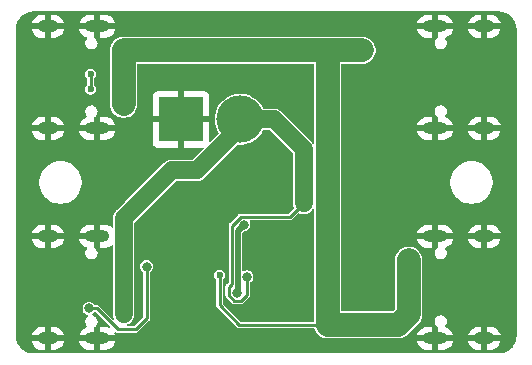
<source format=gbr>
%TF.GenerationSoftware,KiCad,Pcbnew,7.0.10*%
%TF.CreationDate,2024-02-21T00:47:17-06:00*%
%TF.ProjectId,Power-Module,506f7765-722d-44d6-9f64-756c652e6b69,rev?*%
%TF.SameCoordinates,Original*%
%TF.FileFunction,Copper,L2,Bot*%
%TF.FilePolarity,Positive*%
%FSLAX46Y46*%
G04 Gerber Fmt 4.6, Leading zero omitted, Abs format (unit mm)*
G04 Created by KiCad (PCBNEW 7.0.10) date 2024-02-21 00:47:17*
%MOMM*%
%LPD*%
G01*
G04 APERTURE LIST*
%TA.AperFunction,ComponentPad*%
%ADD10C,4.000000*%
%TD*%
%TA.AperFunction,ComponentPad*%
%ADD11R,3.800000X3.800000*%
%TD*%
%TA.AperFunction,ComponentPad*%
%ADD12O,1.800000X1.000000*%
%TD*%
%TA.AperFunction,ComponentPad*%
%ADD13O,2.100000X1.000000*%
%TD*%
%TA.AperFunction,ViaPad*%
%ADD14C,0.600000*%
%TD*%
%TA.AperFunction,ViaPad*%
%ADD15C,0.800000*%
%TD*%
%TA.AperFunction,Conductor*%
%ADD16C,2.000000*%
%TD*%
%TA.AperFunction,Conductor*%
%ADD17C,1.500000*%
%TD*%
%TA.AperFunction,Conductor*%
%ADD18C,0.250000*%
%TD*%
%TA.AperFunction,Conductor*%
%ADD19C,0.241300*%
%TD*%
%TA.AperFunction,Conductor*%
%ADD20C,0.500000*%
%TD*%
G04 APERTURE END LIST*
D10*
%TO.P,J5,2,Pin_2*%
%TO.N,/Buck/Vin*%
X144232000Y-84836000D03*
D11*
%TO.P,J5,1,Pin_1*%
%TO.N,GND*%
X139232000Y-84836000D03*
%TD*%
D12*
%TO.P,J2,S1,SHIELD*%
%TO.N,GND*%
X127957000Y-85600000D03*
D13*
X132137000Y-85600000D03*
D12*
X127957000Y-76960000D03*
D13*
X132137000Y-76960000D03*
%TD*%
%TO.P,J3,S1,SHIELD*%
%TO.N,GND*%
X160725000Y-85600000D03*
D12*
X164905000Y-85600000D03*
D13*
X160725000Y-76960000D03*
D12*
X164905000Y-76960000D03*
%TD*%
D13*
%TO.P,J4,S1,SHIELD*%
%TO.N,GND*%
X160725000Y-103380000D03*
D12*
X164905000Y-103380000D03*
D13*
X160725000Y-94740000D03*
D12*
X164905000Y-94740000D03*
%TD*%
D13*
%TO.P,J1,S1,SHIELD*%
%TO.N,GND*%
X132137000Y-94740000D03*
D12*
X127957000Y-94740000D03*
D13*
X132137000Y-103380000D03*
D12*
X127957000Y-103380000D03*
%TD*%
D14*
%TO.N,/Buck/Vin*%
X135064500Y-92519500D03*
%TO.N,+5V*%
X134874000Y-82931000D03*
X134112000Y-82931000D03*
X134112000Y-83693000D03*
X134874000Y-83693000D03*
X134874000Y-79629000D03*
X134112000Y-79629000D03*
X134874000Y-78867000D03*
X134112000Y-78867000D03*
X152400000Y-102235000D03*
X151638000Y-97663000D03*
X142494000Y-98044000D03*
%TO.N,/Buck/Vin*%
X149606000Y-91948000D03*
X149606000Y-91186000D03*
X149606000Y-90424000D03*
X149606000Y-89662000D03*
X149606000Y-88900000D03*
%TO.N,+5V*%
X152273000Y-78994000D03*
X153035000Y-78994000D03*
X153797000Y-78994000D03*
X154559000Y-78994000D03*
X151638000Y-98425000D03*
X151638000Y-99187000D03*
X151638000Y-99949000D03*
X151638000Y-100711000D03*
X151638000Y-101473000D03*
X151638000Y-102235000D03*
%TO.N,/Buck/Vin*%
X134366000Y-101346000D03*
X134366000Y-100584000D03*
X134366000Y-96774000D03*
%TO.N,+5V*%
X158496000Y-101346000D03*
X158496000Y-100584000D03*
X158496000Y-97536000D03*
X158496000Y-96774000D03*
%TO.N,/USB_D+*%
X131572000Y-82296000D03*
X131572000Y-81026000D03*
D15*
%TO.N,Net-(J1-CC2)*%
X131445000Y-100838000D03*
X136318034Y-97298534D03*
%TO.N,GND*%
X142494000Y-89535000D03*
X144018000Y-89535000D03*
X145542000Y-89535000D03*
X147066000Y-89535000D03*
X155575000Y-93152000D03*
X153543000Y-93152000D03*
X154559000Y-93152000D03*
X156591000Y-93152000D03*
X145669000Y-98679000D03*
X145661570Y-97814162D03*
%TO.N,/Buck/Vin*%
X144806000Y-98171000D03*
%TO.N,Net-(U2-BS)*%
X143982000Y-99515000D03*
X144542534Y-93742534D03*
%TD*%
D16*
%TO.N,+5V*%
X134366000Y-78994000D02*
X152273000Y-78994000D01*
X134366000Y-83566000D02*
X134366000Y-78994000D01*
D17*
%TO.N,/Buck/Vin*%
X144232000Y-85514000D02*
X144232000Y-84836000D01*
X140592000Y-89154000D02*
X144232000Y-85514000D01*
X138430000Y-89154000D02*
X140592000Y-89154000D01*
X135064500Y-92519500D02*
X138430000Y-89154000D01*
X147066000Y-84836000D02*
X144232000Y-84836000D01*
X149606000Y-87376000D02*
X147066000Y-84836000D01*
X149606000Y-88900000D02*
X149606000Y-87376000D01*
D16*
%TO.N,+5V*%
X152273000Y-78994000D02*
X154559000Y-78994000D01*
X151638000Y-79629000D02*
X152273000Y-78994000D01*
X151638000Y-97663000D02*
X151638000Y-79629000D01*
D17*
%TO.N,/Buck/Vin*%
X135064500Y-92519500D02*
X134366000Y-93218000D01*
X134366000Y-93218000D02*
X134366000Y-96774000D01*
D18*
X148463000Y-93091000D02*
X149606000Y-91948000D01*
X144272000Y-93091000D02*
X148463000Y-93091000D01*
X143527000Y-98755932D02*
X143527000Y-93836000D01*
X143527000Y-93836000D02*
X144272000Y-93091000D01*
X143256000Y-99711068D02*
X143256000Y-99026932D01*
X143256000Y-99026932D02*
X143527000Y-98755932D01*
X143747932Y-100203000D02*
X143256000Y-99711068D01*
X144288068Y-100203000D02*
X143747932Y-100203000D01*
X144806000Y-98171000D02*
X144806000Y-99685068D01*
X144806000Y-99685068D02*
X144288068Y-100203000D01*
D16*
%TO.N,+5V*%
X152400000Y-102235000D02*
X151638000Y-102235000D01*
X157607000Y-102235000D02*
X152400000Y-102235000D01*
X158496000Y-101346000D02*
X157607000Y-102235000D01*
X158496000Y-96774000D02*
X158496000Y-101346000D01*
D18*
X144145000Y-102235000D02*
X151638000Y-102235000D01*
X142494000Y-100584000D02*
X144145000Y-102235000D01*
X142494000Y-98044000D02*
X142494000Y-100584000D01*
%TO.N,Net-(J1-CC2)*%
X136318034Y-101679966D02*
X136318034Y-97298534D01*
X133858000Y-102616000D02*
X135382000Y-102616000D01*
X132080000Y-100838000D02*
X133858000Y-102616000D01*
X131445000Y-100838000D02*
X132080000Y-100838000D01*
X135382000Y-102616000D02*
X136318034Y-101679966D01*
D17*
%TO.N,/Buck/Vin*%
X134366000Y-96774000D02*
X134366000Y-101346000D01*
X149606000Y-91948000D02*
X149606000Y-88900000D01*
D16*
%TO.N,+5V*%
X151638000Y-102235000D02*
X151638000Y-97663000D01*
D19*
%TO.N,/USB_D+*%
X131572000Y-82296000D02*
X131572000Y-81026000D01*
D20*
%TO.N,Net-(U2-BS)*%
X144029000Y-94256068D02*
X144542534Y-93742534D01*
X143982000Y-99515000D02*
X144029000Y-99468000D01*
X144029000Y-99468000D02*
X144029000Y-94256068D01*
%TD*%
%TA.AperFunction,Conductor*%
%TO.N,GND*%
G36*
X148590000Y-91948000D02*
G01*
X148705500Y-91948000D01*
X148705500Y-91995192D01*
X148720326Y-92136256D01*
X148720326Y-92136258D01*
X148720327Y-92136260D01*
X148778821Y-92316285D01*
X148779480Y-92317765D01*
X148779528Y-92318461D01*
X148780019Y-92319971D01*
X148779642Y-92320093D01*
X148783005Y-92368262D01*
X148764200Y-92400182D01*
X148370558Y-92793826D01*
X148324682Y-92815218D01*
X148318232Y-92815500D01*
X144306420Y-92815500D01*
X144291983Y-92814078D01*
X144272000Y-92810103D01*
X144271999Y-92810103D01*
X144244868Y-92815500D01*
X144244867Y-92815500D01*
X144228883Y-92818679D01*
X144164506Y-92831484D01*
X144164504Y-92831485D01*
X144122535Y-92859525D01*
X144122536Y-92859526D01*
X144096379Y-92877005D01*
X144096378Y-92877006D01*
X144096376Y-92877007D01*
X144088674Y-92882153D01*
X144073375Y-92892376D01*
X144073374Y-92892377D01*
X144062053Y-92909319D01*
X144052853Y-92920529D01*
X143356529Y-93616853D01*
X143345319Y-93626053D01*
X143328377Y-93637374D01*
X143328375Y-93637376D01*
X143267485Y-93728505D01*
X143252077Y-93805967D01*
X143246103Y-93836000D01*
X143250078Y-93855983D01*
X143251500Y-93870420D01*
X143251500Y-98611163D01*
X143234187Y-98658729D01*
X143229826Y-98663489D01*
X143085529Y-98807785D01*
X143074319Y-98816985D01*
X143057377Y-98828306D01*
X143057376Y-98828307D01*
X143047198Y-98843538D01*
X143042007Y-98851308D01*
X143042006Y-98851310D01*
X143042004Y-98851313D01*
X143042003Y-98851312D01*
X143033911Y-98863425D01*
X143033910Y-98863427D01*
X142996485Y-98919437D01*
X142984703Y-98978670D01*
X142975103Y-99026932D01*
X142979078Y-99046915D01*
X142980500Y-99061352D01*
X142980500Y-99676647D01*
X142979078Y-99691083D01*
X142975103Y-99711068D01*
X142980500Y-99738200D01*
X142980500Y-99738201D01*
X142996485Y-99818563D01*
X143053716Y-99904215D01*
X143057377Y-99909693D01*
X143074314Y-99921010D01*
X143085529Y-99930213D01*
X143528786Y-100373470D01*
X143537988Y-100384683D01*
X143549307Y-100401623D01*
X143549308Y-100401624D01*
X143569283Y-100414971D01*
X143569287Y-100414974D01*
X143569288Y-100414974D01*
X143572308Y-100416992D01*
X143572310Y-100416994D01*
X143598466Y-100434471D01*
X143640437Y-100462515D01*
X143720799Y-100478500D01*
X143720800Y-100478500D01*
X143747931Y-100483897D01*
X143747932Y-100483897D01*
X143767915Y-100479921D01*
X143782352Y-100478500D01*
X144253648Y-100478500D01*
X144268084Y-100479921D01*
X144288068Y-100483897D01*
X144288069Y-100483897D01*
X144292690Y-100482977D01*
X144315200Y-100478500D01*
X144315201Y-100478500D01*
X144395563Y-100462515D01*
X144437533Y-100434471D01*
X144463690Y-100416994D01*
X144463691Y-100416992D01*
X144486692Y-100401624D01*
X144498016Y-100384674D01*
X144507209Y-100373473D01*
X144976472Y-99904210D01*
X144987676Y-99895015D01*
X145004624Y-99883692D01*
X145024701Y-99853646D01*
X145065515Y-99792563D01*
X145076328Y-99738201D01*
X145081500Y-99712201D01*
X145081500Y-99712196D01*
X145086896Y-99685068D01*
X145082922Y-99665088D01*
X145081500Y-99650652D01*
X145081500Y-98689984D01*
X145098813Y-98642418D01*
X145110447Y-98631278D01*
X145198621Y-98563621D01*
X145286861Y-98448625D01*
X145342330Y-98314709D01*
X145361250Y-98171000D01*
X145342330Y-98027291D01*
X145286861Y-97893375D01*
X145198621Y-97778379D01*
X145083625Y-97690139D01*
X145080180Y-97688712D01*
X144949708Y-97634669D01*
X144806000Y-97615750D01*
X144662291Y-97634669D01*
X144531818Y-97688712D01*
X144481247Y-97690920D01*
X144441089Y-97660104D01*
X144429500Y-97620345D01*
X144429500Y-94452612D01*
X144446813Y-94405046D01*
X144451164Y-94400295D01*
X144537605Y-94313854D01*
X144580268Y-94292815D01*
X144686243Y-94278864D01*
X144820159Y-94223395D01*
X144935155Y-94135155D01*
X145023395Y-94020159D01*
X145078864Y-93886243D01*
X145097784Y-93742534D01*
X145078864Y-93598825D01*
X145025013Y-93468817D01*
X145022806Y-93418247D01*
X145053621Y-93378089D01*
X145093381Y-93366500D01*
X148428580Y-93366500D01*
X148443016Y-93367921D01*
X148463000Y-93371897D01*
X148463001Y-93371897D01*
X148467622Y-93370977D01*
X148490132Y-93366500D01*
X148490133Y-93366500D01*
X148570495Y-93350515D01*
X148612465Y-93322471D01*
X148638622Y-93304994D01*
X148638623Y-93304992D01*
X148646637Y-93299638D01*
X148646638Y-93299636D01*
X148661624Y-93289624D01*
X148672944Y-93272681D01*
X148682141Y-93261474D01*
X149157575Y-92786040D01*
X149203449Y-92764649D01*
X149239996Y-92770764D01*
X149326197Y-92809144D01*
X149511354Y-92848500D01*
X149511355Y-92848500D01*
X149700645Y-92848500D01*
X149700646Y-92848500D01*
X149885803Y-92809144D01*
X150058730Y-92732151D01*
X150211871Y-92620888D01*
X150338533Y-92480216D01*
X150349414Y-92461368D01*
X150388189Y-92428832D01*
X150438808Y-92428831D01*
X150477585Y-92461368D01*
X150487500Y-92498369D01*
X150487500Y-101885500D01*
X150470187Y-101933066D01*
X150426350Y-101958376D01*
X150413500Y-101959500D01*
X144289768Y-101959500D01*
X144242202Y-101942187D01*
X144237442Y-101937826D01*
X142791174Y-100491558D01*
X142769782Y-100445682D01*
X142769500Y-100439232D01*
X142769500Y-98441300D01*
X142786813Y-98393734D01*
X142788801Y-98391714D01*
X142792046Y-98387968D01*
X142792049Y-98387967D01*
X142876882Y-98290063D01*
X142930697Y-98172226D01*
X142949133Y-98044000D01*
X142930697Y-97915774D01*
X142876882Y-97797937D01*
X142792049Y-97700033D01*
X142690342Y-97634670D01*
X142683068Y-97629995D01*
X142558772Y-97593500D01*
X142429228Y-97593500D01*
X142304931Y-97629995D01*
X142195954Y-97700031D01*
X142195950Y-97700034D01*
X142111119Y-97797935D01*
X142057302Y-97915776D01*
X142038867Y-98044000D01*
X142057302Y-98172223D01*
X142057302Y-98172224D01*
X142057303Y-98172226D01*
X142111118Y-98290063D01*
X142195951Y-98387967D01*
X142195952Y-98387968D01*
X142199417Y-98391966D01*
X142197532Y-98393598D01*
X142217568Y-98429595D01*
X142218500Y-98441300D01*
X142218500Y-100549579D01*
X142217078Y-100564015D01*
X142213103Y-100583999D01*
X142213103Y-100584000D01*
X142218500Y-100611132D01*
X142234485Y-100691495D01*
X142295377Y-100782625D01*
X142312314Y-100793942D01*
X142323529Y-100803145D01*
X143925854Y-102405470D01*
X143935056Y-102416683D01*
X143946375Y-102433623D01*
X143946376Y-102433624D01*
X143966351Y-102446971D01*
X143966355Y-102446974D01*
X144037506Y-102494516D01*
X144144999Y-102515897D01*
X144145000Y-102515897D01*
X144145001Y-102515897D01*
X144164985Y-102511922D01*
X144179421Y-102510500D01*
X150460221Y-102510500D01*
X150507787Y-102527813D01*
X150529224Y-102557769D01*
X150544739Y-102597820D01*
X150546911Y-102604298D01*
X150555890Y-102635856D01*
X150560595Y-102652389D01*
X150582881Y-102697146D01*
X150585636Y-102703385D01*
X150603702Y-102750019D01*
X150630021Y-102792525D01*
X150633347Y-102798496D01*
X150655634Y-102843256D01*
X150655636Y-102843258D01*
X150685763Y-102883152D01*
X150689625Y-102888790D01*
X150715948Y-102931302D01*
X150732058Y-102948974D01*
X150749638Y-102968259D01*
X150753996Y-102973507D01*
X150784128Y-103013407D01*
X150802039Y-103029735D01*
X150821076Y-103047090D01*
X150825904Y-103051918D01*
X150859593Y-103088872D01*
X150899494Y-103119004D01*
X150904737Y-103123357D01*
X150941698Y-103157052D01*
X150941702Y-103157054D01*
X150941705Y-103157057D01*
X150984206Y-103183372D01*
X150989830Y-103187223D01*
X151029745Y-103217366D01*
X151074510Y-103239656D01*
X151080463Y-103242971D01*
X151122981Y-103269298D01*
X151169606Y-103287360D01*
X151175851Y-103290117D01*
X151220611Y-103312405D01*
X151253016Y-103321625D01*
X151268695Y-103326086D01*
X151275169Y-103328255D01*
X151321802Y-103346321D01*
X151370968Y-103355511D01*
X151377572Y-103357064D01*
X151425690Y-103370756D01*
X151425701Y-103370757D01*
X151475473Y-103375369D01*
X151482245Y-103376313D01*
X151531390Y-103385500D01*
X151584806Y-103385500D01*
X152346806Y-103385500D01*
X157099000Y-103385500D01*
X157099000Y-104267000D01*
X141986000Y-104267000D01*
X141986000Y-89033499D01*
X142119499Y-88900000D01*
X148590000Y-88900000D01*
X148590000Y-91948000D01*
G37*
%TD.AperFunction*%
%TA.AperFunction,Conductor*%
G36*
X157099000Y-101084500D02*
G01*
X152862500Y-101084500D01*
X152814934Y-101067187D01*
X152789624Y-101023350D01*
X152788500Y-101010500D01*
X152788500Y-91948000D01*
X157099000Y-91948000D01*
X157099000Y-101084500D01*
G37*
%TD.AperFunction*%
%TD*%
%TA.AperFunction,Conductor*%
%TO.N,GND*%
G36*
X131985669Y-101138129D02*
G01*
X132003826Y-101151442D01*
X133215823Y-102363439D01*
X133237215Y-102409315D01*
X133224114Y-102458210D01*
X133182650Y-102487244D01*
X133134315Y-102483768D01*
X132987911Y-102420941D01*
X132987901Y-102420938D01*
X132788696Y-102380000D01*
X132387000Y-102380000D01*
X132387000Y-103080000D01*
X131887000Y-103080000D01*
X131887000Y-102451909D01*
X131904313Y-102404343D01*
X131914295Y-102394510D01*
X132020467Y-102308134D01*
X132102871Y-102191395D01*
X132150722Y-102056753D01*
X132154675Y-101998975D01*
X132160474Y-101914193D01*
X132135729Y-101795117D01*
X132131401Y-101774290D01*
X132065662Y-101647418D01*
X132065661Y-101647416D01*
X132005279Y-101582764D01*
X131968130Y-101542987D01*
X131846040Y-101468742D01*
X131787917Y-101452456D01*
X131754995Y-101443232D01*
X131713864Y-101413727D01*
X131701321Y-101364687D01*
X131723235Y-101319057D01*
X131729906Y-101313274D01*
X131837621Y-101230621D01*
X131892793Y-101158718D01*
X131935483Y-101131522D01*
X131985669Y-101138129D01*
G37*
%TD.AperFunction*%
%TA.AperFunction,Conductor*%
G36*
X146709915Y-85753813D02*
G01*
X146714675Y-85758174D01*
X148683826Y-87727325D01*
X148705218Y-87773201D01*
X148705500Y-87779651D01*
X148705500Y-88852808D01*
X148705500Y-91948000D01*
X148590000Y-91948000D01*
X148590000Y-88900000D01*
X142119497Y-88900000D01*
X144013281Y-87006216D01*
X144059156Y-86984825D01*
X144075683Y-86985232D01*
X144084902Y-86986500D01*
X144084909Y-86986500D01*
X144379091Y-86986500D01*
X144379098Y-86986500D01*
X144670555Y-86946440D01*
X144953841Y-86867067D01*
X145223682Y-86749859D01*
X145475049Y-86596999D01*
X145703260Y-86411335D01*
X145904065Y-86196326D01*
X146073722Y-85955976D01*
X146166743Y-85776455D01*
X146203998Y-85742187D01*
X146232446Y-85736500D01*
X146662349Y-85736500D01*
X146709915Y-85753813D01*
G37*
%TD.AperFunction*%
%TA.AperFunction,Conductor*%
G36*
X166084851Y-75692502D02*
G01*
X166113364Y-75692502D01*
X166118642Y-75692690D01*
X166185625Y-75697481D01*
X166185740Y-75697490D01*
X166335426Y-75709271D01*
X166345332Y-75710731D01*
X166439787Y-75731278D01*
X166441213Y-75731605D01*
X166558621Y-75759792D01*
X166567184Y-75762406D01*
X166662929Y-75798118D01*
X166665387Y-75799085D01*
X166771711Y-75843126D01*
X166778856Y-75846544D01*
X166870463Y-75896565D01*
X166873624Y-75898395D01*
X166969986Y-75957446D01*
X166975642Y-75961283D01*
X167059929Y-76024380D01*
X167063625Y-76027337D01*
X167148958Y-76100219D01*
X167153225Y-76104163D01*
X167227843Y-76178781D01*
X167231787Y-76183048D01*
X167304648Y-76268358D01*
X167307618Y-76272070D01*
X167370712Y-76356352D01*
X167374568Y-76362035D01*
X167433595Y-76458360D01*
X167435447Y-76461559D01*
X167485456Y-76553143D01*
X167488875Y-76560290D01*
X167532899Y-76666575D01*
X167533866Y-76669032D01*
X167569594Y-76764819D01*
X167572215Y-76773405D01*
X167600360Y-76890639D01*
X167600714Y-76892184D01*
X167621269Y-76986674D01*
X167622732Y-76996598D01*
X167634483Y-77145909D01*
X167634522Y-77146435D01*
X167638501Y-77202074D01*
X167639207Y-77211940D01*
X167639311Y-77213386D01*
X167639500Y-77218666D01*
X167639500Y-103121363D01*
X167639311Y-103126643D01*
X167634538Y-103193368D01*
X167634499Y-103193894D01*
X167622733Y-103343404D01*
X167621270Y-103353327D01*
X167600717Y-103447810D01*
X167600363Y-103449356D01*
X167572215Y-103566600D01*
X167569594Y-103575186D01*
X167533867Y-103670973D01*
X167532900Y-103673430D01*
X167488882Y-103779700D01*
X167485463Y-103786846D01*
X167435439Y-103878459D01*
X167433586Y-103881660D01*
X167374573Y-103977959D01*
X167370718Y-103983641D01*
X167307605Y-104067948D01*
X167304635Y-104071660D01*
X167231805Y-104156934D01*
X167227861Y-104161201D01*
X167153201Y-104235861D01*
X167148934Y-104239805D01*
X167063665Y-104312631D01*
X167059954Y-104315600D01*
X166975640Y-104378719D01*
X166969956Y-104382576D01*
X166873667Y-104441581D01*
X166870467Y-104443433D01*
X166778849Y-104493460D01*
X166771704Y-104496879D01*
X166665397Y-104540913D01*
X166662938Y-104541880D01*
X166567193Y-104577591D01*
X166558608Y-104580212D01*
X166441275Y-104608381D01*
X166439729Y-104608735D01*
X166345341Y-104629267D01*
X166335418Y-104630730D01*
X166185906Y-104642497D01*
X166185379Y-104642536D01*
X166118642Y-104647309D01*
X166113363Y-104647498D01*
X126748636Y-104647498D01*
X126743358Y-104647309D01*
X126733357Y-104646593D01*
X126676630Y-104642536D01*
X126676104Y-104642497D01*
X126526593Y-104630731D01*
X126516669Y-104629268D01*
X126422192Y-104608716D01*
X126420647Y-104608362D01*
X126303404Y-104580215D01*
X126294818Y-104577594D01*
X126199025Y-104541864D01*
X126196567Y-104540897D01*
X126090296Y-104496878D01*
X126083151Y-104493459D01*
X125991538Y-104443435D01*
X125988337Y-104441582D01*
X125892038Y-104382570D01*
X125886356Y-104378715D01*
X125802050Y-104315603D01*
X125798338Y-104312633D01*
X125713064Y-104239803D01*
X125708797Y-104235859D01*
X125634138Y-104161200D01*
X125630194Y-104156933D01*
X125557364Y-104071659D01*
X125554394Y-104067947D01*
X125530812Y-104036446D01*
X125491272Y-103983627D01*
X125487443Y-103977984D01*
X125428391Y-103881620D01*
X125426566Y-103878465D01*
X125376539Y-103786847D01*
X125373124Y-103779711D01*
X125329076Y-103673370D01*
X125328134Y-103670973D01*
X125312852Y-103630000D01*
X126583633Y-103630000D01*
X126583930Y-103631940D01*
X126583931Y-103631945D01*
X126654565Y-103822665D01*
X126762144Y-103995260D01*
X126902268Y-104142671D01*
X127069198Y-104258857D01*
X127256088Y-104339058D01*
X127256098Y-104339061D01*
X127455303Y-104379999D01*
X127455311Y-104380000D01*
X127707000Y-104380000D01*
X127707000Y-103680000D01*
X128207000Y-103680000D01*
X128207000Y-104380000D01*
X128407711Y-104380000D01*
X128407719Y-104379999D01*
X128559333Y-104364582D01*
X128559338Y-104364580D01*
X128753384Y-104303699D01*
X128753385Y-104303698D01*
X128931217Y-104204993D01*
X128931222Y-104204989D01*
X129085528Y-104072522D01*
X129085531Y-104072520D01*
X129210017Y-103911696D01*
X129210019Y-103911694D01*
X129299586Y-103729097D01*
X129299588Y-103729092D01*
X129325246Y-103630000D01*
X130613633Y-103630000D01*
X130613930Y-103631940D01*
X130613931Y-103631945D01*
X130684565Y-103822665D01*
X130792144Y-103995260D01*
X130932268Y-104142671D01*
X131099198Y-104258857D01*
X131286088Y-104339058D01*
X131286098Y-104339061D01*
X131485303Y-104379999D01*
X131485311Y-104380000D01*
X131887000Y-104380000D01*
X131887000Y-103680000D01*
X132387000Y-103680000D01*
X132387000Y-104380000D01*
X132737711Y-104380000D01*
X132737719Y-104379999D01*
X132889333Y-104364582D01*
X132889338Y-104364580D01*
X133083384Y-104303699D01*
X133083385Y-104303698D01*
X133261217Y-104204993D01*
X133261222Y-104204989D01*
X133415528Y-104072522D01*
X133415531Y-104072520D01*
X133540017Y-103911696D01*
X133540019Y-103911694D01*
X133629586Y-103729097D01*
X133629588Y-103729092D01*
X133655246Y-103630000D01*
X132853111Y-103630000D01*
X132892610Y-103605543D01*
X132960201Y-103516038D01*
X132990895Y-103408160D01*
X132980546Y-103296479D01*
X132930552Y-103196078D01*
X132858069Y-103130000D01*
X133660367Y-103130000D01*
X133660069Y-103128059D01*
X133660068Y-103128054D01*
X133589433Y-102937332D01*
X133587782Y-102933965D01*
X133589058Y-102933338D01*
X133579668Y-102888952D01*
X133603475Y-102844281D01*
X133650426Y-102825364D01*
X133694046Y-102837790D01*
X133702223Y-102843253D01*
X133702224Y-102843255D01*
X133702225Y-102843255D01*
X133750505Y-102875515D01*
X133830867Y-102891500D01*
X133830868Y-102891500D01*
X133857999Y-102896897D01*
X133858000Y-102896897D01*
X133877984Y-102892921D01*
X133892420Y-102891500D01*
X135347580Y-102891500D01*
X135362016Y-102892921D01*
X135382000Y-102896897D01*
X135382001Y-102896897D01*
X135386622Y-102895977D01*
X135409132Y-102891500D01*
X135409133Y-102891500D01*
X135489495Y-102875515D01*
X135537775Y-102843255D01*
X135557622Y-102829994D01*
X135557623Y-102829992D01*
X135580624Y-102814624D01*
X135591948Y-102797674D01*
X135601141Y-102786473D01*
X136488507Y-101899107D01*
X136499710Y-101889913D01*
X136516658Y-101878590D01*
X136577549Y-101787461D01*
X136593534Y-101707099D01*
X136593534Y-101707098D01*
X136598931Y-101679966D01*
X136594956Y-101659981D01*
X136593534Y-101645545D01*
X136593534Y-97817518D01*
X136610847Y-97769952D01*
X136622481Y-97758812D01*
X136710655Y-97691155D01*
X136798895Y-97576159D01*
X136854364Y-97442243D01*
X136873284Y-97298534D01*
X136854364Y-97154825D01*
X136798895Y-97020909D01*
X136710655Y-96905913D01*
X136595659Y-96817673D01*
X136595657Y-96817672D01*
X136461742Y-96762203D01*
X136318034Y-96743284D01*
X136174325Y-96762203D01*
X136040410Y-96817672D01*
X135925413Y-96905913D01*
X135837172Y-97020910D01*
X135781703Y-97154825D01*
X135762784Y-97298534D01*
X135781703Y-97442242D01*
X135837172Y-97576157D01*
X135837173Y-97576159D01*
X135925413Y-97691155D01*
X136013583Y-97758811D01*
X136040780Y-97801502D01*
X136042534Y-97817518D01*
X136042534Y-101535198D01*
X136025221Y-101582764D01*
X136020860Y-101587524D01*
X135289558Y-102318826D01*
X135243682Y-102340218D01*
X135237232Y-102340500D01*
X134694424Y-102340500D01*
X134646858Y-102323187D01*
X134621548Y-102279350D01*
X134630338Y-102229500D01*
X134664325Y-102198898D01*
X134818728Y-102130152D01*
X134818733Y-102130149D01*
X134914528Y-102060550D01*
X134971871Y-102018888D01*
X135098533Y-101878216D01*
X135193179Y-101714284D01*
X135251674Y-101534256D01*
X135266500Y-101393192D01*
X135266500Y-96726808D01*
X135266500Y-93621651D01*
X135283813Y-93574085D01*
X135288174Y-93569325D01*
X135506985Y-93350514D01*
X135734619Y-93122880D01*
X135734618Y-93122880D01*
X138781326Y-90076174D01*
X138827203Y-90054782D01*
X138833652Y-90054500D01*
X140515306Y-90054500D01*
X140526882Y-90055410D01*
X140544612Y-90058219D01*
X140613654Y-90054601D01*
X140617527Y-90054500D01*
X140639187Y-90054500D01*
X140639192Y-90054500D01*
X140660765Y-90052232D01*
X140664588Y-90051931D01*
X140733646Y-90048313D01*
X140750988Y-90043665D01*
X140762410Y-90041549D01*
X140763935Y-90041388D01*
X140780256Y-90039674D01*
X140846024Y-90018304D01*
X140849687Y-90017219D01*
X140916488Y-89999320D01*
X140932486Y-89991167D01*
X140943203Y-89986727D01*
X140960284Y-89981179D01*
X141020193Y-89946588D01*
X141023505Y-89944790D01*
X141085149Y-89913383D01*
X141099095Y-89902088D01*
X141108671Y-89895507D01*
X141109187Y-89895208D01*
X141124216Y-89886533D01*
X141175608Y-89840258D01*
X141178541Y-89837755D01*
X141182801Y-89834304D01*
X141195380Y-89824119D01*
X141210733Y-89808764D01*
X141213486Y-89806152D01*
X141264888Y-89759871D01*
X141275444Y-89745340D01*
X141282975Y-89736522D01*
X141986000Y-89033497D01*
X141986000Y-104267000D01*
X157099000Y-104267000D01*
X157099000Y-103630000D01*
X159201633Y-103630000D01*
X159201930Y-103631940D01*
X159201931Y-103631945D01*
X159272565Y-103822665D01*
X159380144Y-103995260D01*
X159520268Y-104142671D01*
X159687198Y-104258857D01*
X159874088Y-104339058D01*
X159874098Y-104339061D01*
X160073303Y-104379999D01*
X160073311Y-104380000D01*
X160475000Y-104380000D01*
X160475000Y-103680000D01*
X160975000Y-103680000D01*
X160975000Y-104380000D01*
X161325711Y-104380000D01*
X161325719Y-104379999D01*
X161477333Y-104364582D01*
X161477338Y-104364580D01*
X161671384Y-104303699D01*
X161671385Y-104303698D01*
X161849217Y-104204993D01*
X161849222Y-104204989D01*
X162003528Y-104072522D01*
X162003531Y-104072520D01*
X162128017Y-103911696D01*
X162128019Y-103911694D01*
X162217586Y-103729097D01*
X162217588Y-103729092D01*
X162243246Y-103630000D01*
X163531633Y-103630000D01*
X163531930Y-103631940D01*
X163531931Y-103631945D01*
X163602565Y-103822665D01*
X163710144Y-103995260D01*
X163850268Y-104142671D01*
X164017198Y-104258857D01*
X164204088Y-104339058D01*
X164204098Y-104339061D01*
X164403303Y-104379999D01*
X164403311Y-104380000D01*
X164655000Y-104380000D01*
X164655000Y-103680000D01*
X165155000Y-103680000D01*
X165155000Y-104380000D01*
X165355711Y-104380000D01*
X165355719Y-104379999D01*
X165507333Y-104364582D01*
X165507338Y-104364580D01*
X165701384Y-104303699D01*
X165701385Y-104303698D01*
X165879217Y-104204993D01*
X165879222Y-104204989D01*
X166033528Y-104072522D01*
X166033531Y-104072520D01*
X166158017Y-103911696D01*
X166158019Y-103911694D01*
X166247586Y-103729097D01*
X166247588Y-103729092D01*
X166273246Y-103630000D01*
X165471111Y-103630000D01*
X165510610Y-103605543D01*
X165578201Y-103516038D01*
X165608895Y-103408160D01*
X165598546Y-103296479D01*
X165548552Y-103196078D01*
X165476069Y-103130000D01*
X166278367Y-103130000D01*
X166278069Y-103128059D01*
X166278068Y-103128054D01*
X166207434Y-102937334D01*
X166099855Y-102764739D01*
X165959731Y-102617328D01*
X165792801Y-102501142D01*
X165605911Y-102420941D01*
X165605901Y-102420938D01*
X165406696Y-102380000D01*
X165155000Y-102380000D01*
X165155000Y-103080000D01*
X164655000Y-103080000D01*
X164655000Y-102380000D01*
X164454280Y-102380000D01*
X164302666Y-102395417D01*
X164302661Y-102395419D01*
X164108615Y-102456300D01*
X164108614Y-102456301D01*
X163930782Y-102555006D01*
X163930777Y-102555010D01*
X163776471Y-102687477D01*
X163776468Y-102687479D01*
X163651982Y-102848303D01*
X163651980Y-102848305D01*
X163562413Y-103030902D01*
X163562411Y-103030907D01*
X163536754Y-103130000D01*
X164338889Y-103130000D01*
X164299390Y-103154457D01*
X164231799Y-103243962D01*
X164201105Y-103351840D01*
X164211454Y-103463521D01*
X164261448Y-103563922D01*
X164333931Y-103630000D01*
X163531633Y-103630000D01*
X162243246Y-103630000D01*
X161441111Y-103630000D01*
X161480610Y-103605543D01*
X161548201Y-103516038D01*
X161578895Y-103408160D01*
X161568546Y-103296479D01*
X161518552Y-103196078D01*
X161446069Y-103130000D01*
X162248367Y-103130000D01*
X162248069Y-103128059D01*
X162248068Y-103128054D01*
X162177434Y-102937334D01*
X162069855Y-102764739D01*
X161929731Y-102617328D01*
X161762803Y-102501143D01*
X161618830Y-102439359D01*
X161581946Y-102404691D01*
X161575976Y-102354425D01*
X161601315Y-102313952D01*
X161608467Y-102308134D01*
X161690871Y-102191395D01*
X161738722Y-102056753D01*
X161742675Y-101998975D01*
X161748474Y-101914193D01*
X161723729Y-101795117D01*
X161719401Y-101774290D01*
X161653662Y-101647418D01*
X161653661Y-101647416D01*
X161593279Y-101582764D01*
X161556130Y-101542987D01*
X161434040Y-101468742D01*
X161296447Y-101430190D01*
X161296446Y-101430190D01*
X161189444Y-101430190D01*
X161189438Y-101430190D01*
X161083441Y-101444759D01*
X161083439Y-101444759D01*
X161083438Y-101444760D01*
X161078408Y-101446945D01*
X160952375Y-101501689D01*
X160841531Y-101591867D01*
X160759132Y-101708600D01*
X160759127Y-101708608D01*
X160711279Y-101843243D01*
X160711276Y-101843255D01*
X160701525Y-101985805D01*
X160730598Y-102125708D01*
X160796337Y-102252581D01*
X160796338Y-102252583D01*
X160878448Y-102340500D01*
X160893870Y-102357013D01*
X160939449Y-102384730D01*
X160971095Y-102424237D01*
X160975000Y-102447957D01*
X160975000Y-103080000D01*
X160475000Y-103080000D01*
X160475000Y-102380000D01*
X160124280Y-102380000D01*
X159972666Y-102395417D01*
X159972661Y-102395419D01*
X159778615Y-102456300D01*
X159778614Y-102456301D01*
X159600782Y-102555006D01*
X159600777Y-102555010D01*
X159446471Y-102687477D01*
X159446468Y-102687479D01*
X159321982Y-102848303D01*
X159321980Y-102848305D01*
X159232413Y-103030902D01*
X159232411Y-103030907D01*
X159206754Y-103130000D01*
X160008889Y-103130000D01*
X159969390Y-103154457D01*
X159901799Y-103243962D01*
X159871105Y-103351840D01*
X159881454Y-103463521D01*
X159931448Y-103563922D01*
X160003931Y-103630000D01*
X159201633Y-103630000D01*
X157099000Y-103630000D01*
X157099000Y-103385500D01*
X157578708Y-103385500D01*
X157582125Y-103385579D01*
X157660361Y-103389196D01*
X157660361Y-103389195D01*
X157660362Y-103389196D01*
X157737932Y-103378375D01*
X157741317Y-103377982D01*
X157819310Y-103370756D01*
X157840095Y-103364841D01*
X157850121Y-103362725D01*
X157871536Y-103359739D01*
X157945812Y-103334843D01*
X157949079Y-103333832D01*
X158024383Y-103312407D01*
X158024384Y-103312406D01*
X158024389Y-103312405D01*
X158043747Y-103302764D01*
X158053196Y-103298850D01*
X158073702Y-103291979D01*
X158142171Y-103253841D01*
X158145097Y-103252299D01*
X158215255Y-103217366D01*
X158232504Y-103204338D01*
X158241080Y-103198750D01*
X158259975Y-103188227D01*
X158320270Y-103138157D01*
X158322905Y-103136071D01*
X158385407Y-103088872D01*
X158438203Y-103030956D01*
X158440500Y-103028551D01*
X159289541Y-102179509D01*
X159291967Y-102177192D01*
X159349872Y-102124407D01*
X159397067Y-102061910D01*
X159399174Y-102059249D01*
X159449227Y-101998975D01*
X159459750Y-101980080D01*
X159465338Y-101971504D01*
X159478366Y-101954255D01*
X159513299Y-101884097D01*
X159514841Y-101881171D01*
X159552979Y-101812702D01*
X159559850Y-101792196D01*
X159563764Y-101782747D01*
X159573405Y-101763389D01*
X159589421Y-101707099D01*
X159594832Y-101688079D01*
X159595843Y-101684812D01*
X159604166Y-101659981D01*
X159620739Y-101610536D01*
X159623725Y-101589121D01*
X159625842Y-101579091D01*
X159629610Y-101565850D01*
X159631756Y-101558310D01*
X159638982Y-101480317D01*
X159639376Y-101476925D01*
X159640518Y-101468743D01*
X159650196Y-101399362D01*
X159649911Y-101393192D01*
X159646579Y-101321124D01*
X159646500Y-101317707D01*
X159646500Y-96720808D01*
X159646499Y-96720799D01*
X159631757Y-96561696D01*
X159631756Y-96561690D01*
X159606402Y-96472581D01*
X159573405Y-96356611D01*
X159533642Y-96276756D01*
X159478367Y-96165747D01*
X159478363Y-96165741D01*
X159400959Y-96063243D01*
X159349872Y-95995593D01*
X159192302Y-95851948D01*
X159011019Y-95739702D01*
X158854250Y-95678970D01*
X158812201Y-95662680D01*
X158812200Y-95662679D01*
X158812198Y-95662679D01*
X158720150Y-95645472D01*
X158602613Y-95623500D01*
X158602610Y-95623500D01*
X158389390Y-95623500D01*
X158389386Y-95623500D01*
X158246612Y-95650190D01*
X158179802Y-95662679D01*
X158179800Y-95662679D01*
X158179798Y-95662680D01*
X158017659Y-95725493D01*
X157980981Y-95739702D01*
X157980976Y-95739704D01*
X157980976Y-95739705D01*
X157799700Y-95851946D01*
X157642130Y-95995590D01*
X157513636Y-96165741D01*
X157513632Y-96165747D01*
X157418596Y-96356606D01*
X157418593Y-96356616D01*
X157360243Y-96561690D01*
X157360242Y-96561696D01*
X157345500Y-96720799D01*
X157345500Y-100838795D01*
X157328187Y-100886361D01*
X157323826Y-100891121D01*
X157152121Y-101062826D01*
X157106245Y-101084218D01*
X157099795Y-101084500D01*
X157099000Y-101084500D01*
X157099000Y-94990000D01*
X159201633Y-94990000D01*
X159201930Y-94991940D01*
X159201931Y-94991945D01*
X159272565Y-95182665D01*
X159380144Y-95355260D01*
X159520268Y-95502671D01*
X159687198Y-95618857D01*
X159874088Y-95699058D01*
X159874098Y-95699061D01*
X160073303Y-95739999D01*
X160073311Y-95740000D01*
X160475000Y-95740000D01*
X160475000Y-95040000D01*
X160975000Y-95040000D01*
X160975000Y-95668090D01*
X160957687Y-95715656D01*
X160947700Y-95725493D01*
X160841531Y-95811867D01*
X160759132Y-95928600D01*
X160759127Y-95928608D01*
X160711279Y-96063243D01*
X160711276Y-96063255D01*
X160701525Y-96205805D01*
X160730598Y-96345708D01*
X160796337Y-96472581D01*
X160796338Y-96472583D01*
X160843438Y-96523014D01*
X160893870Y-96577013D01*
X161015960Y-96651258D01*
X161101553Y-96675240D01*
X161153553Y-96689810D01*
X161153554Y-96689810D01*
X161260549Y-96689810D01*
X161260556Y-96689810D01*
X161366562Y-96675240D01*
X161497624Y-96618311D01*
X161608467Y-96528134D01*
X161690871Y-96411395D01*
X161738722Y-96276753D01*
X161748474Y-96134193D01*
X161719401Y-95994290D01*
X161653662Y-95867418D01*
X161653661Y-95867416D01*
X161590778Y-95800086D01*
X161570964Y-95753506D01*
X161585727Y-95705088D01*
X161622708Y-95678970D01*
X161671389Y-95663696D01*
X161849217Y-95564993D01*
X161849222Y-95564989D01*
X162003528Y-95432522D01*
X162003531Y-95432520D01*
X162128017Y-95271696D01*
X162128019Y-95271694D01*
X162217586Y-95089097D01*
X162217588Y-95089092D01*
X162243246Y-94990000D01*
X163531633Y-94990000D01*
X163531930Y-94991940D01*
X163531931Y-94991945D01*
X163602565Y-95182665D01*
X163710144Y-95355260D01*
X163850268Y-95502671D01*
X164017198Y-95618857D01*
X164204088Y-95699058D01*
X164204098Y-95699061D01*
X164403303Y-95739999D01*
X164403311Y-95740000D01*
X164655000Y-95740000D01*
X164655000Y-95040000D01*
X165155000Y-95040000D01*
X165155000Y-95740000D01*
X165355711Y-95740000D01*
X165355719Y-95739999D01*
X165507333Y-95724582D01*
X165507338Y-95724580D01*
X165701384Y-95663699D01*
X165701385Y-95663698D01*
X165879217Y-95564993D01*
X165879222Y-95564989D01*
X166033528Y-95432522D01*
X166033531Y-95432520D01*
X166158017Y-95271696D01*
X166158019Y-95271694D01*
X166247586Y-95089097D01*
X166247588Y-95089092D01*
X166273246Y-94990000D01*
X165471111Y-94990000D01*
X165510610Y-94965543D01*
X165578201Y-94876038D01*
X165608895Y-94768160D01*
X165598546Y-94656479D01*
X165548552Y-94556078D01*
X165476069Y-94490000D01*
X166278367Y-94490000D01*
X166278069Y-94488059D01*
X166278068Y-94488054D01*
X166207434Y-94297334D01*
X166099855Y-94124739D01*
X165959731Y-93977328D01*
X165792801Y-93861142D01*
X165605911Y-93780941D01*
X165605901Y-93780938D01*
X165406696Y-93740000D01*
X165155000Y-93740000D01*
X165155000Y-94440000D01*
X164655000Y-94440000D01*
X164655000Y-93740000D01*
X164454280Y-93740000D01*
X164302666Y-93755417D01*
X164302661Y-93755419D01*
X164108615Y-93816300D01*
X164108614Y-93816301D01*
X163930782Y-93915006D01*
X163930777Y-93915010D01*
X163776471Y-94047477D01*
X163776468Y-94047479D01*
X163651982Y-94208303D01*
X163651980Y-94208305D01*
X163562413Y-94390902D01*
X163562411Y-94390907D01*
X163536754Y-94490000D01*
X164338889Y-94490000D01*
X164299390Y-94514457D01*
X164231799Y-94603962D01*
X164201105Y-94711840D01*
X164211454Y-94823521D01*
X164261448Y-94923922D01*
X164333931Y-94990000D01*
X163531633Y-94990000D01*
X162243246Y-94990000D01*
X161441111Y-94990000D01*
X161480610Y-94965543D01*
X161548201Y-94876038D01*
X161578895Y-94768160D01*
X161568546Y-94656479D01*
X161518552Y-94556078D01*
X161446069Y-94490000D01*
X162248367Y-94490000D01*
X162248069Y-94488059D01*
X162248068Y-94488054D01*
X162177434Y-94297334D01*
X162069855Y-94124739D01*
X161929731Y-93977328D01*
X161762801Y-93861142D01*
X161575911Y-93780941D01*
X161575901Y-93780938D01*
X161376696Y-93740000D01*
X160975000Y-93740000D01*
X160975000Y-94440000D01*
X160475000Y-94440000D01*
X160475000Y-93740000D01*
X160124280Y-93740000D01*
X159972666Y-93755417D01*
X159972661Y-93755419D01*
X159778615Y-93816300D01*
X159778614Y-93816301D01*
X159600782Y-93915006D01*
X159600777Y-93915010D01*
X159446471Y-94047477D01*
X159446468Y-94047479D01*
X159321982Y-94208303D01*
X159321980Y-94208305D01*
X159232413Y-94390902D01*
X159232411Y-94390907D01*
X159206754Y-94490000D01*
X160008889Y-94490000D01*
X159969390Y-94514457D01*
X159901799Y-94603962D01*
X159871105Y-94711840D01*
X159881454Y-94823521D01*
X159931448Y-94923922D01*
X160003931Y-94990000D01*
X159201633Y-94990000D01*
X157099000Y-94990000D01*
X157099000Y-91948000D01*
X152788500Y-91948000D01*
X152788500Y-90304502D01*
X162035190Y-90304502D01*
X162072553Y-90552393D01*
X162075284Y-90570510D01*
X162154570Y-90827547D01*
X162154573Y-90827556D01*
X162271290Y-91069921D01*
X162422826Y-91292184D01*
X162605796Y-91489378D01*
X162605799Y-91489381D01*
X162816100Y-91657092D01*
X162816106Y-91657095D01*
X162816112Y-91657100D01*
X163049077Y-91791603D01*
X163299487Y-91889881D01*
X163299490Y-91889882D01*
X163375552Y-91907242D01*
X163561747Y-91949740D01*
X163727218Y-91962140D01*
X163762824Y-91964809D01*
X163762840Y-91964810D01*
X163897160Y-91964810D01*
X163897175Y-91964809D01*
X163919374Y-91963145D01*
X164098253Y-91949740D01*
X164360513Y-91889881D01*
X164610923Y-91791603D01*
X164843888Y-91657100D01*
X164843895Y-91657093D01*
X164843899Y-91657092D01*
X165054200Y-91489381D01*
X165054199Y-91489381D01*
X165054204Y-91489378D01*
X165237174Y-91292184D01*
X165388710Y-91069922D01*
X165505427Y-90827556D01*
X165584717Y-90570503D01*
X165624810Y-90304502D01*
X165624810Y-90035498D01*
X165584717Y-89769497D01*
X165577268Y-89745349D01*
X165505429Y-89512452D01*
X165505427Y-89512444D01*
X165388710Y-89270079D01*
X165237174Y-89047816D01*
X165054204Y-88850622D01*
X165054202Y-88850621D01*
X165054200Y-88850618D01*
X164843899Y-88682907D01*
X164843892Y-88682903D01*
X164843891Y-88682902D01*
X164843888Y-88682900D01*
X164610923Y-88548397D01*
X164610922Y-88548396D01*
X164610921Y-88548396D01*
X164360509Y-88450117D01*
X164098253Y-88390260D01*
X163897175Y-88375190D01*
X163897160Y-88375190D01*
X163762840Y-88375190D01*
X163762824Y-88375190D01*
X163561746Y-88390260D01*
X163299490Y-88450117D01*
X163049078Y-88548396D01*
X162816107Y-88682903D01*
X162816100Y-88682907D01*
X162605799Y-88850618D01*
X162422824Y-89047818D01*
X162271289Y-89270080D01*
X162154575Y-89512438D01*
X162154570Y-89512452D01*
X162075284Y-89769489D01*
X162075283Y-89769497D01*
X162035190Y-90035498D01*
X162035190Y-90304502D01*
X152788500Y-90304502D01*
X152788500Y-85850000D01*
X159201633Y-85850000D01*
X159201930Y-85851940D01*
X159201931Y-85851945D01*
X159272565Y-86042665D01*
X159380144Y-86215260D01*
X159520268Y-86362671D01*
X159687198Y-86478857D01*
X159874088Y-86559058D01*
X159874098Y-86559061D01*
X160073303Y-86599999D01*
X160073311Y-86600000D01*
X160475000Y-86600000D01*
X160475000Y-85900000D01*
X160975000Y-85900000D01*
X160975000Y-86600000D01*
X161325711Y-86600000D01*
X161325719Y-86599999D01*
X161477333Y-86584582D01*
X161477338Y-86584580D01*
X161671384Y-86523699D01*
X161671385Y-86523698D01*
X161849217Y-86424993D01*
X161849222Y-86424989D01*
X162003528Y-86292522D01*
X162003531Y-86292520D01*
X162128017Y-86131696D01*
X162128019Y-86131694D01*
X162217586Y-85949097D01*
X162217588Y-85949092D01*
X162243246Y-85850000D01*
X163531633Y-85850000D01*
X163531930Y-85851940D01*
X163531931Y-85851945D01*
X163602565Y-86042665D01*
X163710144Y-86215260D01*
X163850268Y-86362671D01*
X164017198Y-86478857D01*
X164204088Y-86559058D01*
X164204098Y-86559061D01*
X164403303Y-86599999D01*
X164403311Y-86600000D01*
X164655000Y-86600000D01*
X164655000Y-85900000D01*
X165155000Y-85900000D01*
X165155000Y-86600000D01*
X165355711Y-86600000D01*
X165355719Y-86599999D01*
X165507333Y-86584582D01*
X165507338Y-86584580D01*
X165701384Y-86523699D01*
X165701385Y-86523698D01*
X165879217Y-86424993D01*
X165879222Y-86424989D01*
X166033528Y-86292522D01*
X166033531Y-86292520D01*
X166158017Y-86131696D01*
X166158019Y-86131694D01*
X166247586Y-85949097D01*
X166247588Y-85949092D01*
X166273246Y-85850000D01*
X165471111Y-85850000D01*
X165510610Y-85825543D01*
X165578201Y-85736038D01*
X165608895Y-85628160D01*
X165598546Y-85516479D01*
X165548552Y-85416078D01*
X165476069Y-85350000D01*
X166278367Y-85350000D01*
X166278069Y-85348059D01*
X166278068Y-85348054D01*
X166207434Y-85157334D01*
X166099855Y-84984739D01*
X165959731Y-84837328D01*
X165792801Y-84721142D01*
X165605911Y-84640941D01*
X165605901Y-84640938D01*
X165406696Y-84600000D01*
X165155000Y-84600000D01*
X165155000Y-85300000D01*
X164655000Y-85300000D01*
X164655000Y-84600000D01*
X164454280Y-84600000D01*
X164302666Y-84615417D01*
X164302661Y-84615419D01*
X164108615Y-84676300D01*
X164108614Y-84676301D01*
X163930782Y-84775006D01*
X163930777Y-84775010D01*
X163776471Y-84907477D01*
X163776468Y-84907479D01*
X163651982Y-85068303D01*
X163651980Y-85068305D01*
X163562413Y-85250902D01*
X163562411Y-85250907D01*
X163536754Y-85350000D01*
X164338889Y-85350000D01*
X164299390Y-85374457D01*
X164231799Y-85463962D01*
X164201105Y-85571840D01*
X164211454Y-85683521D01*
X164261448Y-85783922D01*
X164333931Y-85850000D01*
X163531633Y-85850000D01*
X162243246Y-85850000D01*
X161441111Y-85850000D01*
X161480610Y-85825543D01*
X161548201Y-85736038D01*
X161578895Y-85628160D01*
X161568546Y-85516479D01*
X161518552Y-85416078D01*
X161446069Y-85350000D01*
X162248367Y-85350000D01*
X162248069Y-85348059D01*
X162248068Y-85348054D01*
X162177434Y-85157334D01*
X162069855Y-84984739D01*
X161929731Y-84837328D01*
X161762803Y-84721143D01*
X161618830Y-84659359D01*
X161581946Y-84624691D01*
X161575976Y-84574425D01*
X161601315Y-84533952D01*
X161608467Y-84528134D01*
X161690871Y-84411395D01*
X161738722Y-84276753D01*
X161740248Y-84254454D01*
X161748474Y-84134193D01*
X161733730Y-84063243D01*
X161719401Y-83994290D01*
X161653662Y-83867418D01*
X161653661Y-83867416D01*
X161588727Y-83797890D01*
X161556130Y-83762987D01*
X161434040Y-83688742D01*
X161296447Y-83650190D01*
X161296446Y-83650190D01*
X161189444Y-83650190D01*
X161189438Y-83650190D01*
X161083441Y-83664759D01*
X161083439Y-83664759D01*
X161083438Y-83664760D01*
X161029572Y-83688157D01*
X160952375Y-83721689D01*
X160841531Y-83811867D01*
X160759132Y-83928600D01*
X160759127Y-83928608D01*
X160711279Y-84063243D01*
X160711276Y-84063255D01*
X160701525Y-84205805D01*
X160730598Y-84345708D01*
X160796337Y-84472581D01*
X160796338Y-84472583D01*
X160861634Y-84542497D01*
X160893870Y-84577013D01*
X160939449Y-84604730D01*
X160971095Y-84644237D01*
X160975000Y-84667957D01*
X160975000Y-85300000D01*
X160475000Y-85300000D01*
X160475000Y-84600000D01*
X160124280Y-84600000D01*
X159972666Y-84615417D01*
X159972661Y-84615419D01*
X159778615Y-84676300D01*
X159778614Y-84676301D01*
X159600782Y-84775006D01*
X159600777Y-84775010D01*
X159446471Y-84907477D01*
X159446468Y-84907479D01*
X159321982Y-85068303D01*
X159321980Y-85068305D01*
X159232413Y-85250902D01*
X159232411Y-85250907D01*
X159206754Y-85350000D01*
X160008889Y-85350000D01*
X159969390Y-85374457D01*
X159901799Y-85463962D01*
X159871105Y-85571840D01*
X159881454Y-85683521D01*
X159931448Y-85783922D01*
X160003931Y-85850000D01*
X159201633Y-85850000D01*
X152788500Y-85850000D01*
X152788500Y-80218500D01*
X152805813Y-80170934D01*
X152849650Y-80145624D01*
X152862500Y-80144500D01*
X154612192Y-80144500D01*
X154612194Y-80144500D01*
X154701019Y-80136269D01*
X154771303Y-80129757D01*
X154771307Y-80129756D01*
X154771310Y-80129756D01*
X154976389Y-80071405D01*
X155167255Y-79976366D01*
X155337407Y-79847872D01*
X155481052Y-79690302D01*
X155593298Y-79509019D01*
X155670321Y-79310198D01*
X155709500Y-79100610D01*
X155709500Y-78887390D01*
X155670321Y-78677802D01*
X155593298Y-78478981D01*
X155481052Y-78297698D01*
X155337407Y-78140128D01*
X155178447Y-78020086D01*
X155167258Y-78011636D01*
X155167252Y-78011632D01*
X154976393Y-77916596D01*
X154976383Y-77916593D01*
X154771309Y-77858243D01*
X154771303Y-77858242D01*
X154612200Y-77843500D01*
X154612194Y-77843500D01*
X152326194Y-77843500D01*
X152301292Y-77843500D01*
X152297875Y-77843421D01*
X152219638Y-77839803D01*
X152219635Y-77839804D01*
X152198232Y-77842790D01*
X152188008Y-77843500D01*
X134259381Y-77843500D01*
X134210247Y-77852685D01*
X134203480Y-77853629D01*
X134153700Y-77858242D01*
X134153684Y-77858245D01*
X134105597Y-77871927D01*
X134098946Y-77873492D01*
X134049801Y-77882679D01*
X134003181Y-77900739D01*
X133996704Y-77902910D01*
X133948610Y-77916595D01*
X133903859Y-77938877D01*
X133897611Y-77941636D01*
X133850988Y-77959698D01*
X133850973Y-77959706D01*
X133808475Y-77986019D01*
X133802508Y-77989343D01*
X133757748Y-78011632D01*
X133757739Y-78011638D01*
X133717840Y-78041767D01*
X133712211Y-78045623D01*
X133669698Y-78071948D01*
X133669695Y-78071950D01*
X133632744Y-78105635D01*
X133627497Y-78109992D01*
X133609913Y-78123271D01*
X133587589Y-78140130D01*
X133553907Y-78177077D01*
X133549077Y-78181907D01*
X133512130Y-78215589D01*
X133495271Y-78237913D01*
X133481992Y-78255497D01*
X133477635Y-78260744D01*
X133443950Y-78297695D01*
X133443948Y-78297697D01*
X133443948Y-78297698D01*
X133417623Y-78340211D01*
X133413767Y-78345840D01*
X133383638Y-78385739D01*
X133383632Y-78385748D01*
X133361343Y-78430508D01*
X133358019Y-78436475D01*
X133331706Y-78478973D01*
X133331698Y-78478988D01*
X133313636Y-78525611D01*
X133310877Y-78531859D01*
X133288595Y-78576610D01*
X133274910Y-78624704D01*
X133272739Y-78631181D01*
X133254679Y-78677801D01*
X133245492Y-78726946D01*
X133243927Y-78733597D01*
X133230245Y-78781684D01*
X133230242Y-78781700D01*
X133225629Y-78831480D01*
X133224685Y-78838247D01*
X133215500Y-78887381D01*
X133215500Y-83619200D01*
X133230242Y-83778303D01*
X133230243Y-83778309D01*
X133288593Y-83983383D01*
X133288596Y-83983393D01*
X133383632Y-84174252D01*
X133383634Y-84174255D01*
X133512128Y-84344407D01*
X133669698Y-84488052D01*
X133850981Y-84600298D01*
X134049802Y-84677321D01*
X134259390Y-84716500D01*
X134472610Y-84716500D01*
X134682198Y-84677321D01*
X134881019Y-84600298D01*
X135062302Y-84488052D01*
X135219872Y-84344407D01*
X135348366Y-84174255D01*
X135443405Y-83983389D01*
X135501756Y-83778310D01*
X135516500Y-83619194D01*
X135516500Y-80218500D01*
X135533813Y-80170934D01*
X135577650Y-80145624D01*
X135590500Y-80144500D01*
X150413500Y-80144500D01*
X150461066Y-80161813D01*
X150486376Y-80205650D01*
X150487500Y-80218500D01*
X150487500Y-86824683D01*
X150470187Y-86872249D01*
X150426350Y-86897559D01*
X150376500Y-86888769D01*
X150356008Y-86871273D01*
X150354102Y-86868921D01*
X150347511Y-86859335D01*
X150338533Y-86843784D01*
X150338532Y-86843782D01*
X150292276Y-86792410D01*
X150289761Y-86789466D01*
X150285195Y-86783828D01*
X150276119Y-86772620D01*
X150260799Y-86757300D01*
X150258132Y-86754490D01*
X150211869Y-86703110D01*
X150197349Y-86692561D01*
X150188518Y-86685019D01*
X147756979Y-84253480D01*
X147749437Y-84244649D01*
X147738887Y-84230128D01*
X147687508Y-84183866D01*
X147684698Y-84181199D01*
X147669377Y-84165878D01*
X147652543Y-84152246D01*
X147649598Y-84149731D01*
X147598221Y-84103471D01*
X147598218Y-84103469D01*
X147598216Y-84103467D01*
X147598211Y-84103464D01*
X147598208Y-84103462D01*
X147582670Y-84094491D01*
X147573103Y-84087916D01*
X147559148Y-84076616D01*
X147559147Y-84076615D01*
X147497549Y-84045229D01*
X147494146Y-84043381D01*
X147434285Y-84008821D01*
X147417210Y-84003273D01*
X147406483Y-83998830D01*
X147390490Y-83990681D01*
X147390483Y-83990678D01*
X147323709Y-83972785D01*
X147319997Y-83971685D01*
X147254263Y-83950327D01*
X147254252Y-83950325D01*
X147236404Y-83948449D01*
X147224990Y-83946334D01*
X147207645Y-83941686D01*
X147138599Y-83938068D01*
X147134741Y-83937764D01*
X147123973Y-83936632D01*
X147113192Y-83935500D01*
X147113190Y-83935500D01*
X147091527Y-83935500D01*
X147087654Y-83935399D01*
X147018612Y-83931780D01*
X147018610Y-83931781D01*
X147000883Y-83934589D01*
X146989306Y-83935500D01*
X146232446Y-83935500D01*
X146184880Y-83918187D01*
X146166743Y-83895545D01*
X146073722Y-83716024D01*
X146073717Y-83716017D01*
X145904069Y-83475679D01*
X145904067Y-83475676D01*
X145904065Y-83475674D01*
X145703260Y-83260665D01*
X145548671Y-83134897D01*
X145475057Y-83075007D01*
X145475040Y-83074995D01*
X145358345Y-83004031D01*
X145223682Y-82922141D01*
X145223679Y-82922139D01*
X145223678Y-82922139D01*
X144953839Y-82804932D01*
X144670553Y-82725559D01*
X144379102Y-82685500D01*
X144379098Y-82685500D01*
X144084902Y-82685500D01*
X144084897Y-82685500D01*
X143793446Y-82725559D01*
X143510160Y-82804932D01*
X143240321Y-82922139D01*
X143240318Y-82922141D01*
X142988959Y-83074995D01*
X142988942Y-83075007D01*
X142760744Y-83260662D01*
X142760741Y-83260664D01*
X142559930Y-83475679D01*
X142390282Y-83716017D01*
X142390277Y-83716024D01*
X142254926Y-83977238D01*
X142254924Y-83977243D01*
X142156410Y-84254436D01*
X142156405Y-84254454D01*
X142096553Y-84542477D01*
X142096550Y-84542497D01*
X142076475Y-84835992D01*
X142076475Y-84836007D01*
X142096550Y-85129502D01*
X142096553Y-85129522D01*
X142156405Y-85417545D01*
X142156410Y-85417563D01*
X142254924Y-85694756D01*
X142254926Y-85694761D01*
X142390277Y-85955975D01*
X142390284Y-85955985D01*
X142406570Y-85979057D01*
X142419857Y-86027901D01*
X142398639Y-86073859D01*
X142398441Y-86074058D01*
X141758326Y-86714173D01*
X141712450Y-86735565D01*
X141663555Y-86722464D01*
X141634521Y-86681000D01*
X141632000Y-86661847D01*
X141632000Y-85086000D01*
X140562636Y-85086000D01*
X140566569Y-85071321D01*
X140587157Y-84836000D01*
X140566569Y-84600679D01*
X140562636Y-84586000D01*
X141632000Y-84586000D01*
X141632000Y-82888171D01*
X141625597Y-82828624D01*
X141625596Y-82828619D01*
X141575354Y-82693912D01*
X141575353Y-82693911D01*
X141489188Y-82578811D01*
X141374088Y-82492646D01*
X141374087Y-82492645D01*
X141239380Y-82442403D01*
X141239375Y-82442402D01*
X141179829Y-82436000D01*
X139482000Y-82436000D01*
X139482000Y-83505364D01*
X139467321Y-83501431D01*
X139290945Y-83486000D01*
X139173055Y-83486000D01*
X138996679Y-83501431D01*
X138982000Y-83505364D01*
X138982000Y-82436000D01*
X137284171Y-82436000D01*
X137224624Y-82442402D01*
X137224619Y-82442403D01*
X137089912Y-82492645D01*
X137089911Y-82492646D01*
X136974811Y-82578811D01*
X136888646Y-82693911D01*
X136888645Y-82693912D01*
X136838403Y-82828619D01*
X136838402Y-82828624D01*
X136832000Y-82888171D01*
X136832000Y-84586000D01*
X137901364Y-84586000D01*
X137897431Y-84600679D01*
X137876843Y-84836000D01*
X137897431Y-85071321D01*
X137901364Y-85086000D01*
X136832000Y-85086000D01*
X136832000Y-86783828D01*
X136838402Y-86843375D01*
X136838403Y-86843380D01*
X136888645Y-86978087D01*
X136888646Y-86978088D01*
X136974811Y-87093188D01*
X137089911Y-87179353D01*
X137089912Y-87179354D01*
X137224619Y-87229596D01*
X137224624Y-87229597D01*
X137284171Y-87236000D01*
X138982000Y-87236000D01*
X138982000Y-86166635D01*
X138996679Y-86170569D01*
X139173055Y-86186000D01*
X139290945Y-86186000D01*
X139467321Y-86170569D01*
X139482000Y-86166635D01*
X139482000Y-87236000D01*
X141057848Y-87236000D01*
X141105414Y-87253313D01*
X141130724Y-87297150D01*
X141121934Y-87347000D01*
X141110174Y-87362326D01*
X140240675Y-88231826D01*
X140194799Y-88253218D01*
X140188349Y-88253500D01*
X138506694Y-88253500D01*
X138495117Y-88252589D01*
X138477389Y-88249781D01*
X138477387Y-88249780D01*
X138408347Y-88253399D01*
X138404474Y-88253500D01*
X138382806Y-88253500D01*
X138361256Y-88255763D01*
X138357402Y-88256067D01*
X138288353Y-88259687D01*
X138271007Y-88264334D01*
X138259598Y-88266448D01*
X138241742Y-88268325D01*
X138175996Y-88289688D01*
X138172282Y-88290788D01*
X138105515Y-88308678D01*
X138105514Y-88308678D01*
X138089510Y-88316832D01*
X138078789Y-88321273D01*
X138061715Y-88326821D01*
X138001845Y-88361386D01*
X137998442Y-88363234D01*
X137936849Y-88394617D01*
X137936844Y-88394621D01*
X137922896Y-88405915D01*
X137913334Y-88412488D01*
X137897783Y-88421467D01*
X137846419Y-88467714D01*
X137843480Y-88470225D01*
X137826613Y-88483885D01*
X137811288Y-88499210D01*
X137808480Y-88501875D01*
X137757117Y-88548123D01*
X137757108Y-88548133D01*
X137746560Y-88562650D01*
X137739021Y-88571477D01*
X134461120Y-91849381D01*
X133783477Y-92527022D01*
X133774650Y-92534561D01*
X133760128Y-92545112D01*
X133760123Y-92545116D01*
X133713866Y-92596490D01*
X133711201Y-92599298D01*
X133695886Y-92614613D01*
X133695878Y-92614622D01*
X133682248Y-92631453D01*
X133679735Y-92634395D01*
X133633466Y-92685784D01*
X133624489Y-92701333D01*
X133617914Y-92710899D01*
X133606619Y-92724847D01*
X133606613Y-92724856D01*
X133575234Y-92786442D01*
X133573386Y-92789845D01*
X133538821Y-92849715D01*
X133533273Y-92866789D01*
X133528831Y-92877512D01*
X133520684Y-92893503D01*
X133520680Y-92893512D01*
X133502784Y-92960295D01*
X133501684Y-92964006D01*
X133480327Y-93029736D01*
X133480325Y-93029746D01*
X133478448Y-93047599D01*
X133476334Y-93059006D01*
X133471687Y-93076353D01*
X133471686Y-93076355D01*
X133468067Y-93145402D01*
X133467763Y-93149256D01*
X133465500Y-93170806D01*
X133465500Y-93192473D01*
X133465399Y-93196346D01*
X133461780Y-93265387D01*
X133461781Y-93265388D01*
X133464589Y-93283116D01*
X133465500Y-93294693D01*
X133465500Y-93922525D01*
X133448187Y-93970091D01*
X133404350Y-93995401D01*
X133354500Y-93986611D01*
X133343301Y-93978675D01*
X133341738Y-93977333D01*
X133174801Y-93861142D01*
X132987911Y-93780941D01*
X132987901Y-93780938D01*
X132788696Y-93740000D01*
X132387000Y-93740000D01*
X132387000Y-94440000D01*
X131887000Y-94440000D01*
X131887000Y-93740000D01*
X131536280Y-93740000D01*
X131384666Y-93755417D01*
X131384661Y-93755419D01*
X131190615Y-93816300D01*
X131190614Y-93816301D01*
X131012782Y-93915006D01*
X131012777Y-93915010D01*
X130858471Y-94047477D01*
X130858468Y-94047479D01*
X130733982Y-94208303D01*
X130733980Y-94208305D01*
X130644413Y-94390902D01*
X130644411Y-94390907D01*
X130618754Y-94490000D01*
X131420889Y-94490000D01*
X131381390Y-94514457D01*
X131313799Y-94603962D01*
X131283105Y-94711840D01*
X131293454Y-94823521D01*
X131343448Y-94923922D01*
X131415931Y-94990000D01*
X130613633Y-94990000D01*
X130613930Y-94991940D01*
X130613931Y-94991945D01*
X130684565Y-95182665D01*
X130792144Y-95355260D01*
X130932268Y-95502671D01*
X131099197Y-95618857D01*
X131243169Y-95680639D01*
X131280053Y-95715306D01*
X131286024Y-95765572D01*
X131260690Y-95806042D01*
X131253535Y-95811863D01*
X131253531Y-95811867D01*
X131171132Y-95928600D01*
X131171127Y-95928608D01*
X131123279Y-96063243D01*
X131123276Y-96063255D01*
X131113525Y-96205805D01*
X131142598Y-96345708D01*
X131208337Y-96472581D01*
X131208338Y-96472583D01*
X131255438Y-96523014D01*
X131305870Y-96577013D01*
X131427960Y-96651258D01*
X131513553Y-96675240D01*
X131565553Y-96689810D01*
X131565554Y-96689810D01*
X131672549Y-96689810D01*
X131672556Y-96689810D01*
X131778562Y-96675240D01*
X131909624Y-96618311D01*
X132020467Y-96528134D01*
X132102871Y-96411395D01*
X132150722Y-96276753D01*
X132160474Y-96134193D01*
X132131401Y-95994290D01*
X132065662Y-95867418D01*
X132065661Y-95867416D01*
X131968129Y-95762986D01*
X131922549Y-95735267D01*
X131890904Y-95695759D01*
X131887000Y-95672041D01*
X131887000Y-95040000D01*
X132387000Y-95040000D01*
X132387000Y-95740000D01*
X132737711Y-95740000D01*
X132737719Y-95739999D01*
X132889333Y-95724582D01*
X132889338Y-95724580D01*
X133083384Y-95663699D01*
X133083385Y-95663698D01*
X133261217Y-95564993D01*
X133343298Y-95494529D01*
X133390667Y-95476682D01*
X133438425Y-95493458D01*
X133464226Y-95537007D01*
X133465500Y-95550677D01*
X133465500Y-96726808D01*
X133465500Y-101393192D01*
X133477522Y-101507576D01*
X133480327Y-101534261D01*
X133536425Y-101706912D01*
X133534659Y-101757500D01*
X133500788Y-101795117D01*
X133450662Y-101802162D01*
X133413721Y-101782105D01*
X132299145Y-100667529D01*
X132289942Y-100656314D01*
X132278626Y-100639378D01*
X132278624Y-100639376D01*
X132258644Y-100626025D01*
X132258641Y-100626023D01*
X132224250Y-100603044D01*
X132187495Y-100578485D01*
X132107133Y-100562500D01*
X132107132Y-100562500D01*
X132107130Y-100562499D01*
X132080001Y-100557103D01*
X132080000Y-100557103D01*
X132060017Y-100561078D01*
X132045580Y-100562500D01*
X131963984Y-100562500D01*
X131916418Y-100545187D01*
X131905278Y-100533552D01*
X131837621Y-100445379D01*
X131722625Y-100357139D01*
X131722623Y-100357138D01*
X131588708Y-100301669D01*
X131445000Y-100282750D01*
X131301291Y-100301669D01*
X131167376Y-100357138D01*
X131052379Y-100445379D01*
X130964138Y-100560376D01*
X130908669Y-100694291D01*
X130889750Y-100838000D01*
X130908669Y-100981708D01*
X130951130Y-101084218D01*
X130964139Y-101115625D01*
X131052379Y-101230621D01*
X131167375Y-101318861D01*
X131301291Y-101374330D01*
X131320098Y-101376806D01*
X131364997Y-101400179D01*
X131384369Y-101446945D01*
X131369147Y-101495221D01*
X131357140Y-101507575D01*
X131253533Y-101591866D01*
X131253532Y-101591867D01*
X131253530Y-101591869D01*
X131171132Y-101708600D01*
X131171127Y-101708608D01*
X131123279Y-101843243D01*
X131123276Y-101843255D01*
X131113525Y-101985805D01*
X131142598Y-102125708D01*
X131208337Y-102252581D01*
X131208338Y-102252583D01*
X131271221Y-102319913D01*
X131291035Y-102366493D01*
X131276272Y-102414911D01*
X131239292Y-102441028D01*
X131190615Y-102456300D01*
X131190614Y-102456301D01*
X131012782Y-102555006D01*
X131012777Y-102555010D01*
X130858471Y-102687477D01*
X130858468Y-102687479D01*
X130733982Y-102848303D01*
X130733980Y-102848305D01*
X130644413Y-103030902D01*
X130644411Y-103030907D01*
X130618754Y-103130000D01*
X131420889Y-103130000D01*
X131381390Y-103154457D01*
X131313799Y-103243962D01*
X131283105Y-103351840D01*
X131293454Y-103463521D01*
X131343448Y-103563922D01*
X131415931Y-103630000D01*
X130613633Y-103630000D01*
X129325246Y-103630000D01*
X128523111Y-103630000D01*
X128562610Y-103605543D01*
X128630201Y-103516038D01*
X128660895Y-103408160D01*
X128650546Y-103296479D01*
X128600552Y-103196078D01*
X128528069Y-103130000D01*
X129330367Y-103130000D01*
X129330069Y-103128059D01*
X129330068Y-103128054D01*
X129259434Y-102937334D01*
X129151855Y-102764739D01*
X129011731Y-102617328D01*
X128844801Y-102501142D01*
X128657911Y-102420941D01*
X128657901Y-102420938D01*
X128458696Y-102380000D01*
X128207000Y-102380000D01*
X128207000Y-103080000D01*
X127707000Y-103080000D01*
X127707000Y-102380000D01*
X127506280Y-102380000D01*
X127354666Y-102395417D01*
X127354661Y-102395419D01*
X127160615Y-102456300D01*
X127160614Y-102456301D01*
X126982782Y-102555006D01*
X126982777Y-102555010D01*
X126828471Y-102687477D01*
X126828468Y-102687479D01*
X126703982Y-102848303D01*
X126703980Y-102848305D01*
X126614413Y-103030902D01*
X126614411Y-103030907D01*
X126588754Y-103130000D01*
X127390889Y-103130000D01*
X127351390Y-103154457D01*
X127283799Y-103243962D01*
X127253105Y-103351840D01*
X127263454Y-103463521D01*
X127313448Y-103563922D01*
X127385931Y-103630000D01*
X126583633Y-103630000D01*
X125312852Y-103630000D01*
X125292400Y-103575164D01*
X125289789Y-103566614D01*
X125261615Y-103449261D01*
X125261306Y-103447911D01*
X125240726Y-103353307D01*
X125239268Y-103343419D01*
X125227500Y-103193892D01*
X125222687Y-103126596D01*
X125222500Y-103121323D01*
X125222500Y-96651257D01*
X125222500Y-94990000D01*
X126583633Y-94990000D01*
X126583930Y-94991940D01*
X126583931Y-94991945D01*
X126654565Y-95182665D01*
X126762144Y-95355260D01*
X126902268Y-95502671D01*
X127069198Y-95618857D01*
X127256088Y-95699058D01*
X127256098Y-95699061D01*
X127455303Y-95739999D01*
X127455311Y-95740000D01*
X127707000Y-95740000D01*
X127707000Y-95040000D01*
X128207000Y-95040000D01*
X128207000Y-95740000D01*
X128407711Y-95740000D01*
X128407719Y-95739999D01*
X128559333Y-95724582D01*
X128559338Y-95724580D01*
X128753384Y-95663699D01*
X128753385Y-95663698D01*
X128931217Y-95564993D01*
X128931222Y-95564989D01*
X129085528Y-95432522D01*
X129085531Y-95432520D01*
X129210017Y-95271696D01*
X129210019Y-95271694D01*
X129299586Y-95089097D01*
X129299588Y-95089092D01*
X129325246Y-94990000D01*
X128523111Y-94990000D01*
X128562610Y-94965543D01*
X128630201Y-94876038D01*
X128660895Y-94768160D01*
X128650546Y-94656479D01*
X128600552Y-94556078D01*
X128528069Y-94490000D01*
X129330367Y-94490000D01*
X129330069Y-94488059D01*
X129330068Y-94488054D01*
X129259434Y-94297334D01*
X129151855Y-94124739D01*
X129011731Y-93977328D01*
X128844801Y-93861142D01*
X128657911Y-93780941D01*
X128657901Y-93780938D01*
X128458696Y-93740000D01*
X128207000Y-93740000D01*
X128207000Y-94440000D01*
X127707000Y-94440000D01*
X127707000Y-93740000D01*
X127506280Y-93740000D01*
X127354666Y-93755417D01*
X127354661Y-93755419D01*
X127160615Y-93816300D01*
X127160614Y-93816301D01*
X126982782Y-93915006D01*
X126982777Y-93915010D01*
X126828471Y-94047477D01*
X126828468Y-94047479D01*
X126703982Y-94208303D01*
X126703980Y-94208305D01*
X126614413Y-94390902D01*
X126614411Y-94390907D01*
X126588754Y-94490000D01*
X127390889Y-94490000D01*
X127351390Y-94514457D01*
X127283799Y-94603962D01*
X127253105Y-94711840D01*
X127263454Y-94823521D01*
X127313448Y-94923922D01*
X127385931Y-94990000D01*
X126583633Y-94990000D01*
X125222500Y-94990000D01*
X125222501Y-90304502D01*
X127237190Y-90304502D01*
X127274553Y-90552393D01*
X127277284Y-90570510D01*
X127356570Y-90827547D01*
X127356573Y-90827556D01*
X127473290Y-91069921D01*
X127624826Y-91292184D01*
X127807796Y-91489378D01*
X127807799Y-91489381D01*
X128018100Y-91657092D01*
X128018106Y-91657095D01*
X128018112Y-91657100D01*
X128251077Y-91791603D01*
X128501487Y-91889881D01*
X128501490Y-91889882D01*
X128577552Y-91907242D01*
X128763747Y-91949740D01*
X128929218Y-91962140D01*
X128964824Y-91964809D01*
X128964840Y-91964810D01*
X129099160Y-91964810D01*
X129099175Y-91964809D01*
X129121374Y-91963145D01*
X129300253Y-91949740D01*
X129562513Y-91889881D01*
X129812923Y-91791603D01*
X130045888Y-91657100D01*
X130045895Y-91657093D01*
X130045899Y-91657092D01*
X130256200Y-91489381D01*
X130256199Y-91489381D01*
X130256204Y-91489378D01*
X130439174Y-91292184D01*
X130590710Y-91069922D01*
X130707427Y-90827556D01*
X130786717Y-90570503D01*
X130826810Y-90304502D01*
X130826810Y-90035498D01*
X130786717Y-89769497D01*
X130779268Y-89745349D01*
X130707429Y-89512452D01*
X130707427Y-89512444D01*
X130590710Y-89270079D01*
X130439174Y-89047816D01*
X130256204Y-88850622D01*
X130256202Y-88850621D01*
X130256200Y-88850618D01*
X130045899Y-88682907D01*
X130045892Y-88682903D01*
X130045891Y-88682902D01*
X130045888Y-88682900D01*
X129812923Y-88548397D01*
X129812922Y-88548396D01*
X129812921Y-88548396D01*
X129562509Y-88450117D01*
X129300253Y-88390260D01*
X129099175Y-88375190D01*
X129099160Y-88375190D01*
X128964840Y-88375190D01*
X128964824Y-88375190D01*
X128763746Y-88390260D01*
X128501490Y-88450117D01*
X128251078Y-88548396D01*
X128018107Y-88682903D01*
X128018100Y-88682907D01*
X127807799Y-88850618D01*
X127624824Y-89047818D01*
X127473289Y-89270080D01*
X127356575Y-89512438D01*
X127356570Y-89512452D01*
X127277284Y-89769489D01*
X127277283Y-89769497D01*
X127237190Y-90035498D01*
X127237190Y-90304502D01*
X125222501Y-90304502D01*
X125222501Y-85850000D01*
X126583633Y-85850000D01*
X126583930Y-85851940D01*
X126583931Y-85851945D01*
X126654565Y-86042665D01*
X126762144Y-86215260D01*
X126902268Y-86362671D01*
X127069198Y-86478857D01*
X127256088Y-86559058D01*
X127256098Y-86559061D01*
X127455303Y-86599999D01*
X127455311Y-86600000D01*
X127707000Y-86600000D01*
X127707000Y-85900000D01*
X128207000Y-85900000D01*
X128207000Y-86600000D01*
X128407711Y-86600000D01*
X128407719Y-86599999D01*
X128559333Y-86584582D01*
X128559338Y-86584580D01*
X128753384Y-86523699D01*
X128753385Y-86523698D01*
X128931217Y-86424993D01*
X128931222Y-86424989D01*
X129085528Y-86292522D01*
X129085531Y-86292520D01*
X129210017Y-86131696D01*
X129210019Y-86131694D01*
X129299586Y-85949097D01*
X129299588Y-85949092D01*
X129325246Y-85850000D01*
X130613633Y-85850000D01*
X130613930Y-85851940D01*
X130613931Y-85851945D01*
X130684565Y-86042665D01*
X130792144Y-86215260D01*
X130932268Y-86362671D01*
X131099198Y-86478857D01*
X131286088Y-86559058D01*
X131286098Y-86559061D01*
X131485303Y-86599999D01*
X131485311Y-86600000D01*
X131887000Y-86600000D01*
X131887000Y-85900000D01*
X132387000Y-85900000D01*
X132387000Y-86600000D01*
X132737711Y-86600000D01*
X132737719Y-86599999D01*
X132889333Y-86584582D01*
X132889338Y-86584580D01*
X133083384Y-86523699D01*
X133083385Y-86523698D01*
X133261217Y-86424993D01*
X133261222Y-86424989D01*
X133415528Y-86292522D01*
X133415531Y-86292520D01*
X133540017Y-86131696D01*
X133540019Y-86131694D01*
X133629586Y-85949097D01*
X133629588Y-85949092D01*
X133655246Y-85850000D01*
X132853111Y-85850000D01*
X132892610Y-85825543D01*
X132960201Y-85736038D01*
X132990895Y-85628160D01*
X132980546Y-85516479D01*
X132930552Y-85416078D01*
X132858069Y-85350000D01*
X133660367Y-85350000D01*
X133660069Y-85348059D01*
X133660068Y-85348054D01*
X133589434Y-85157334D01*
X133481855Y-84984739D01*
X133341731Y-84837328D01*
X133174801Y-84721142D01*
X132987911Y-84640941D01*
X132987901Y-84640938D01*
X132788696Y-84600000D01*
X132387000Y-84600000D01*
X132387000Y-85300000D01*
X131887000Y-85300000D01*
X131887000Y-84671909D01*
X131904313Y-84624343D01*
X131914295Y-84614510D01*
X132020467Y-84528134D01*
X132102871Y-84411395D01*
X132150722Y-84276753D01*
X132152248Y-84254454D01*
X132160474Y-84134193D01*
X132145730Y-84063243D01*
X132131401Y-83994290D01*
X132065662Y-83867418D01*
X132065661Y-83867416D01*
X132000727Y-83797890D01*
X131968130Y-83762987D01*
X131846040Y-83688742D01*
X131708447Y-83650190D01*
X131708446Y-83650190D01*
X131601444Y-83650190D01*
X131601438Y-83650190D01*
X131495441Y-83664759D01*
X131495439Y-83664759D01*
X131495438Y-83664760D01*
X131441572Y-83688157D01*
X131364375Y-83721689D01*
X131253531Y-83811867D01*
X131171132Y-83928600D01*
X131171127Y-83928608D01*
X131123279Y-84063243D01*
X131123276Y-84063255D01*
X131113525Y-84205805D01*
X131142598Y-84345708D01*
X131208337Y-84472581D01*
X131208338Y-84472583D01*
X131271221Y-84539913D01*
X131291035Y-84586493D01*
X131276272Y-84634911D01*
X131239292Y-84661028D01*
X131190615Y-84676300D01*
X131190614Y-84676301D01*
X131012782Y-84775006D01*
X131012777Y-84775010D01*
X130858471Y-84907477D01*
X130858468Y-84907479D01*
X130733982Y-85068303D01*
X130733980Y-85068305D01*
X130644413Y-85250902D01*
X130644411Y-85250907D01*
X130618754Y-85350000D01*
X131420889Y-85350000D01*
X131381390Y-85374457D01*
X131313799Y-85463962D01*
X131283105Y-85571840D01*
X131293454Y-85683521D01*
X131343448Y-85783922D01*
X131415931Y-85850000D01*
X130613633Y-85850000D01*
X129325246Y-85850000D01*
X128523111Y-85850000D01*
X128562610Y-85825543D01*
X128630201Y-85736038D01*
X128660895Y-85628160D01*
X128650546Y-85516479D01*
X128600552Y-85416078D01*
X128528069Y-85350000D01*
X129330367Y-85350000D01*
X129330069Y-85348059D01*
X129330068Y-85348054D01*
X129259434Y-85157334D01*
X129151855Y-84984739D01*
X129011731Y-84837328D01*
X128844801Y-84721142D01*
X128657911Y-84640941D01*
X128657901Y-84640938D01*
X128458696Y-84600000D01*
X128207000Y-84600000D01*
X128207000Y-85300000D01*
X127707000Y-85300000D01*
X127707000Y-84600000D01*
X127506280Y-84600000D01*
X127354666Y-84615417D01*
X127354661Y-84615419D01*
X127160615Y-84676300D01*
X127160614Y-84676301D01*
X126982782Y-84775006D01*
X126982777Y-84775010D01*
X126828471Y-84907477D01*
X126828468Y-84907479D01*
X126703982Y-85068303D01*
X126703980Y-85068305D01*
X126614413Y-85250902D01*
X126614411Y-85250907D01*
X126588754Y-85350000D01*
X127390889Y-85350000D01*
X127351390Y-85374457D01*
X127283799Y-85463962D01*
X127253105Y-85571840D01*
X127263454Y-85683521D01*
X127313448Y-85783922D01*
X127385931Y-85850000D01*
X126583633Y-85850000D01*
X125222501Y-85850000D01*
X125222501Y-82296000D01*
X131116867Y-82296000D01*
X131135302Y-82424223D01*
X131135302Y-82424224D01*
X131135303Y-82424226D01*
X131189118Y-82542063D01*
X131273951Y-82639967D01*
X131382931Y-82710004D01*
X131507228Y-82746500D01*
X131636772Y-82746500D01*
X131761069Y-82710004D01*
X131870049Y-82639967D01*
X131954882Y-82542063D01*
X132008697Y-82424226D01*
X132027133Y-82296000D01*
X132008697Y-82167774D01*
X131954882Y-82049937D01*
X131870049Y-81952033D01*
X131870047Y-81952031D01*
X131870043Y-81952027D01*
X131868688Y-81950853D01*
X131868082Y-81949764D01*
X131866583Y-81948034D01*
X131866945Y-81947720D01*
X131844079Y-81906619D01*
X131843150Y-81894930D01*
X131843150Y-81427069D01*
X131860463Y-81379503D01*
X131868700Y-81371135D01*
X131870046Y-81369968D01*
X131870049Y-81369967D01*
X131870051Y-81369964D01*
X131870054Y-81369962D01*
X131954879Y-81272067D01*
X131954880Y-81272065D01*
X131954879Y-81272065D01*
X131954882Y-81272063D01*
X132008697Y-81154226D01*
X132027133Y-81026000D01*
X132008697Y-80897774D01*
X131954882Y-80779937D01*
X131870049Y-80682033D01*
X131803032Y-80638964D01*
X131761068Y-80611995D01*
X131636772Y-80575500D01*
X131507228Y-80575500D01*
X131382931Y-80611995D01*
X131273954Y-80682031D01*
X131273950Y-80682034D01*
X131189119Y-80779935D01*
X131135302Y-80897776D01*
X131116867Y-81026000D01*
X131135302Y-81154223D01*
X131189119Y-81272065D01*
X131189120Y-81272067D01*
X131273945Y-81369962D01*
X131275300Y-81371135D01*
X131275906Y-81372224D01*
X131277417Y-81373968D01*
X131277052Y-81374283D01*
X131299918Y-81415364D01*
X131300850Y-81427069D01*
X131300850Y-81894930D01*
X131283537Y-81942496D01*
X131275312Y-81950853D01*
X131273956Y-81952027D01*
X131189119Y-82049935D01*
X131135302Y-82167776D01*
X131116867Y-82296000D01*
X125222501Y-82296000D01*
X125222501Y-77218608D01*
X125222688Y-77213386D01*
X125222930Y-77210000D01*
X126583633Y-77210000D01*
X126583930Y-77211940D01*
X126583931Y-77211945D01*
X126654565Y-77402665D01*
X126762144Y-77575260D01*
X126902268Y-77722671D01*
X127069198Y-77838857D01*
X127256088Y-77919058D01*
X127256098Y-77919061D01*
X127455303Y-77959999D01*
X127455311Y-77960000D01*
X127707000Y-77960000D01*
X127707000Y-77260000D01*
X128207000Y-77260000D01*
X128207000Y-77960000D01*
X128407711Y-77960000D01*
X128407719Y-77959999D01*
X128559333Y-77944582D01*
X128559338Y-77944580D01*
X128753384Y-77883699D01*
X128753385Y-77883698D01*
X128931217Y-77784993D01*
X128931222Y-77784989D01*
X129085528Y-77652522D01*
X129085531Y-77652520D01*
X129210017Y-77491696D01*
X129210019Y-77491694D01*
X129299586Y-77309097D01*
X129299588Y-77309092D01*
X129325246Y-77210000D01*
X130613633Y-77210000D01*
X130613930Y-77211940D01*
X130613931Y-77211945D01*
X130684565Y-77402665D01*
X130792144Y-77575260D01*
X130932268Y-77722671D01*
X131099197Y-77838857D01*
X131243169Y-77900639D01*
X131280053Y-77935306D01*
X131286024Y-77985572D01*
X131260690Y-78026042D01*
X131253535Y-78031863D01*
X131253531Y-78031867D01*
X131171132Y-78148600D01*
X131171127Y-78148608D01*
X131123279Y-78283243D01*
X131123276Y-78283255D01*
X131113525Y-78425805D01*
X131142598Y-78565708D01*
X131208337Y-78692581D01*
X131208338Y-78692583D01*
X131240432Y-78726946D01*
X131305870Y-78797013D01*
X131427960Y-78871258D01*
X131513553Y-78895240D01*
X131565553Y-78909810D01*
X131565554Y-78909810D01*
X131672549Y-78909810D01*
X131672556Y-78909810D01*
X131778562Y-78895240D01*
X131909624Y-78838311D01*
X132020467Y-78748134D01*
X132102871Y-78631395D01*
X132150722Y-78496753D01*
X132151938Y-78478988D01*
X132160474Y-78354193D01*
X132145730Y-78283243D01*
X132131401Y-78214290D01*
X132065662Y-78087418D01*
X132065661Y-78087416D01*
X131974066Y-77989343D01*
X131968130Y-77982987D01*
X131968129Y-77982986D01*
X131922549Y-77955267D01*
X131890904Y-77915759D01*
X131887000Y-77892041D01*
X131887000Y-77260000D01*
X132387000Y-77260000D01*
X132387000Y-77960000D01*
X132737711Y-77960000D01*
X132737719Y-77959999D01*
X132889333Y-77944582D01*
X132889338Y-77944580D01*
X133083384Y-77883699D01*
X133083385Y-77883698D01*
X133261217Y-77784993D01*
X133261222Y-77784989D01*
X133415528Y-77652522D01*
X133415531Y-77652520D01*
X133540017Y-77491696D01*
X133540019Y-77491694D01*
X133629586Y-77309097D01*
X133629588Y-77309092D01*
X133655246Y-77210000D01*
X159201633Y-77210000D01*
X159201930Y-77211940D01*
X159201931Y-77211945D01*
X159272565Y-77402665D01*
X159380144Y-77575260D01*
X159520268Y-77722671D01*
X159687198Y-77838857D01*
X159874088Y-77919058D01*
X159874098Y-77919061D01*
X160073303Y-77959999D01*
X160073311Y-77960000D01*
X160475000Y-77960000D01*
X160475000Y-77260000D01*
X160975000Y-77260000D01*
X160975000Y-77888090D01*
X160957687Y-77935656D01*
X160947700Y-77945493D01*
X160841531Y-78031867D01*
X160759132Y-78148600D01*
X160759127Y-78148608D01*
X160711279Y-78283243D01*
X160711276Y-78283255D01*
X160701525Y-78425805D01*
X160730598Y-78565708D01*
X160796337Y-78692581D01*
X160796338Y-78692583D01*
X160828432Y-78726946D01*
X160893870Y-78797013D01*
X161015960Y-78871258D01*
X161101553Y-78895240D01*
X161153553Y-78909810D01*
X161153554Y-78909810D01*
X161260549Y-78909810D01*
X161260556Y-78909810D01*
X161366562Y-78895240D01*
X161497624Y-78838311D01*
X161608467Y-78748134D01*
X161690871Y-78631395D01*
X161738722Y-78496753D01*
X161739938Y-78478988D01*
X161748474Y-78354193D01*
X161733730Y-78283243D01*
X161719401Y-78214290D01*
X161653662Y-78087418D01*
X161653661Y-78087416D01*
X161590778Y-78020086D01*
X161570964Y-77973506D01*
X161585727Y-77925088D01*
X161622708Y-77898970D01*
X161671389Y-77883696D01*
X161849217Y-77784993D01*
X161849222Y-77784989D01*
X162003528Y-77652522D01*
X162003531Y-77652520D01*
X162128017Y-77491696D01*
X162128019Y-77491694D01*
X162217586Y-77309097D01*
X162217588Y-77309092D01*
X162243246Y-77210000D01*
X163531633Y-77210000D01*
X163531930Y-77211940D01*
X163531931Y-77211945D01*
X163602565Y-77402665D01*
X163710144Y-77575260D01*
X163850268Y-77722671D01*
X164017198Y-77838857D01*
X164204088Y-77919058D01*
X164204098Y-77919061D01*
X164403303Y-77959999D01*
X164403311Y-77960000D01*
X164655000Y-77960000D01*
X164655000Y-77260000D01*
X165155000Y-77260000D01*
X165155000Y-77960000D01*
X165355711Y-77960000D01*
X165355719Y-77959999D01*
X165507333Y-77944582D01*
X165507338Y-77944580D01*
X165701384Y-77883699D01*
X165701385Y-77883698D01*
X165879217Y-77784993D01*
X165879222Y-77784989D01*
X166033528Y-77652522D01*
X166033531Y-77652520D01*
X166158017Y-77491696D01*
X166158019Y-77491694D01*
X166247586Y-77309097D01*
X166247588Y-77309092D01*
X166273246Y-77210000D01*
X165471111Y-77210000D01*
X165510610Y-77185543D01*
X165578201Y-77096038D01*
X165608895Y-76988160D01*
X165598546Y-76876479D01*
X165548552Y-76776078D01*
X165476069Y-76710000D01*
X166278367Y-76710000D01*
X166278069Y-76708059D01*
X166278068Y-76708054D01*
X166207434Y-76517334D01*
X166099855Y-76344739D01*
X165959731Y-76197328D01*
X165792801Y-76081142D01*
X165605911Y-76000941D01*
X165605901Y-76000938D01*
X165406696Y-75960000D01*
X165155000Y-75960000D01*
X165155000Y-76660000D01*
X164655000Y-76660000D01*
X164655000Y-75960000D01*
X164454280Y-75960000D01*
X164302666Y-75975417D01*
X164302661Y-75975419D01*
X164108615Y-76036300D01*
X164108614Y-76036301D01*
X163930782Y-76135006D01*
X163930777Y-76135010D01*
X163776471Y-76267477D01*
X163776468Y-76267479D01*
X163651982Y-76428303D01*
X163651980Y-76428305D01*
X163562413Y-76610902D01*
X163562411Y-76610907D01*
X163536754Y-76710000D01*
X164338889Y-76710000D01*
X164299390Y-76734457D01*
X164231799Y-76823962D01*
X164201105Y-76931840D01*
X164211454Y-77043521D01*
X164261448Y-77143922D01*
X164333931Y-77210000D01*
X163531633Y-77210000D01*
X162243246Y-77210000D01*
X161441111Y-77210000D01*
X161480610Y-77185543D01*
X161548201Y-77096038D01*
X161578895Y-76988160D01*
X161568546Y-76876479D01*
X161518552Y-76776078D01*
X161446069Y-76710000D01*
X162248367Y-76710000D01*
X162248069Y-76708059D01*
X162248068Y-76708054D01*
X162177434Y-76517334D01*
X162069855Y-76344739D01*
X161929731Y-76197328D01*
X161762801Y-76081142D01*
X161575911Y-76000941D01*
X161575901Y-76000938D01*
X161376696Y-75960000D01*
X160975000Y-75960000D01*
X160975000Y-76660000D01*
X160475000Y-76660000D01*
X160475000Y-75960000D01*
X160124280Y-75960000D01*
X159972666Y-75975417D01*
X159972661Y-75975419D01*
X159778615Y-76036300D01*
X159778614Y-76036301D01*
X159600782Y-76135006D01*
X159600777Y-76135010D01*
X159446471Y-76267477D01*
X159446468Y-76267479D01*
X159321982Y-76428303D01*
X159321980Y-76428305D01*
X159232413Y-76610902D01*
X159232411Y-76610907D01*
X159206754Y-76710000D01*
X160008889Y-76710000D01*
X159969390Y-76734457D01*
X159901799Y-76823962D01*
X159871105Y-76931840D01*
X159881454Y-77043521D01*
X159931448Y-77143922D01*
X160003931Y-77210000D01*
X159201633Y-77210000D01*
X133655246Y-77210000D01*
X132853111Y-77210000D01*
X132892610Y-77185543D01*
X132960201Y-77096038D01*
X132990895Y-76988160D01*
X132980546Y-76876479D01*
X132930552Y-76776078D01*
X132858069Y-76710000D01*
X133660367Y-76710000D01*
X133660069Y-76708059D01*
X133660068Y-76708054D01*
X133589434Y-76517334D01*
X133481855Y-76344739D01*
X133341731Y-76197328D01*
X133174801Y-76081142D01*
X132987911Y-76000941D01*
X132987901Y-76000938D01*
X132788696Y-75960000D01*
X132387000Y-75960000D01*
X132387000Y-76660000D01*
X131887000Y-76660000D01*
X131887000Y-75960000D01*
X131536280Y-75960000D01*
X131384666Y-75975417D01*
X131384661Y-75975419D01*
X131190615Y-76036300D01*
X131190614Y-76036301D01*
X131012782Y-76135006D01*
X131012777Y-76135010D01*
X130858471Y-76267477D01*
X130858468Y-76267479D01*
X130733982Y-76428303D01*
X130733980Y-76428305D01*
X130644413Y-76610902D01*
X130644411Y-76610907D01*
X130618754Y-76710000D01*
X131420889Y-76710000D01*
X131381390Y-76734457D01*
X131313799Y-76823962D01*
X131283105Y-76931840D01*
X131293454Y-77043521D01*
X131343448Y-77143922D01*
X131415931Y-77210000D01*
X130613633Y-77210000D01*
X129325246Y-77210000D01*
X128523111Y-77210000D01*
X128562610Y-77185543D01*
X128630201Y-77096038D01*
X128660895Y-76988160D01*
X128650546Y-76876479D01*
X128600552Y-76776078D01*
X128528069Y-76710000D01*
X129330367Y-76710000D01*
X129330069Y-76708059D01*
X129330068Y-76708054D01*
X129259434Y-76517334D01*
X129151855Y-76344739D01*
X129011731Y-76197328D01*
X128844801Y-76081142D01*
X128657911Y-76000941D01*
X128657901Y-76000938D01*
X128458696Y-75960000D01*
X128207000Y-75960000D01*
X128207000Y-76660000D01*
X127707000Y-76660000D01*
X127707000Y-75960000D01*
X127506280Y-75960000D01*
X127354666Y-75975417D01*
X127354661Y-75975419D01*
X127160615Y-76036300D01*
X127160614Y-76036301D01*
X126982782Y-76135006D01*
X126982777Y-76135010D01*
X126828471Y-76267477D01*
X126828468Y-76267479D01*
X126703982Y-76428303D01*
X126703980Y-76428305D01*
X126614413Y-76610902D01*
X126614411Y-76610907D01*
X126588754Y-76710000D01*
X127390889Y-76710000D01*
X127351390Y-76734457D01*
X127283799Y-76823962D01*
X127253105Y-76931840D01*
X127263454Y-77043521D01*
X127313448Y-77143922D01*
X127385931Y-77210000D01*
X126583633Y-77210000D01*
X125222930Y-77210000D01*
X125227472Y-77146499D01*
X125227496Y-77146186D01*
X125239269Y-76996598D01*
X125239271Y-76996568D01*
X125240730Y-76986671D01*
X125261288Y-76892169D01*
X125261595Y-76890827D01*
X125289795Y-76773368D01*
X125292405Y-76764819D01*
X125328133Y-76669028D01*
X125329069Y-76666651D01*
X125373131Y-76560275D01*
X125376544Y-76553143D01*
X125426584Y-76461500D01*
X125428374Y-76458409D01*
X125487459Y-76361992D01*
X125491269Y-76356377D01*
X125554410Y-76272030D01*
X125557317Y-76268397D01*
X125630232Y-76183025D01*
X125634138Y-76178799D01*
X125708807Y-76104130D01*
X125713021Y-76100235D01*
X125798374Y-76027337D01*
X125802053Y-76024392D01*
X125886383Y-75961264D01*
X125891997Y-75957455D01*
X125988401Y-75898378D01*
X125991513Y-75896577D01*
X126083172Y-75846527D01*
X126090269Y-75843132D01*
X126196602Y-75799088D01*
X126199004Y-75798142D01*
X126294849Y-75762394D01*
X126303374Y-75759792D01*
X126420780Y-75731605D01*
X126422046Y-75731315D01*
X126516696Y-75710725D01*
X126526576Y-75709269D01*
X126676012Y-75697507D01*
X126743405Y-75692687D01*
X126748674Y-75692500D01*
X166084848Y-75692500D01*
X166084851Y-75692502D01*
G37*
%TD.AperFunction*%
%TD*%
M02*

</source>
